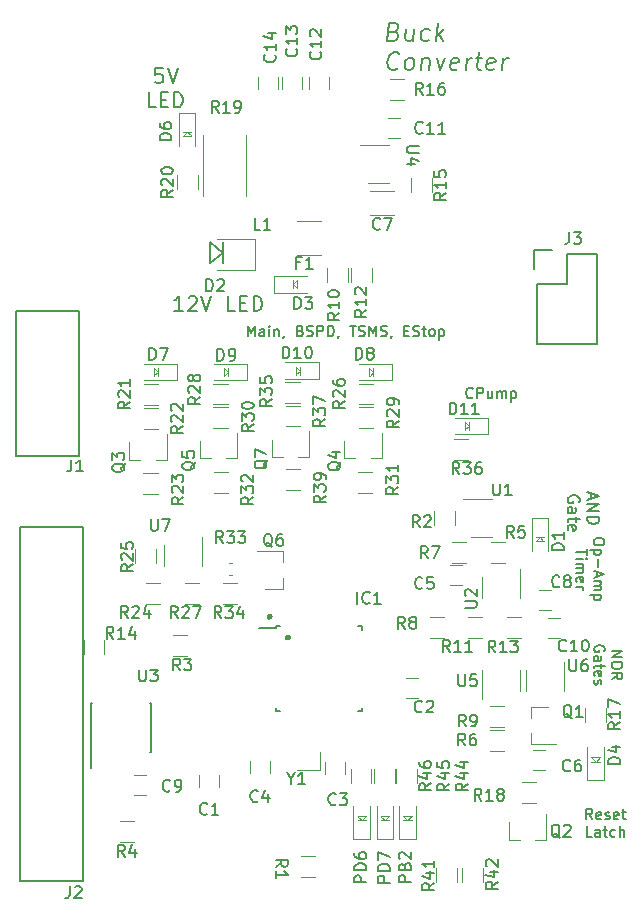
<source format=gto>
G04 #@! TF.GenerationSoftware,KiCad,Pcbnew,5.0.2-bee76a0~70~ubuntu18.04.1*
G04 #@! TF.CreationDate,2019-02-13T21:41:43-05:00*
G04 #@! TF.ProjectId,Brakelight_Shutdown_BSPD,4272616b-656c-4696-9768-745f53687574,rev?*
G04 #@! TF.SameCoordinates,Original*
G04 #@! TF.FileFunction,Legend,Top*
G04 #@! TF.FilePolarity,Positive*
%FSLAX46Y46*%
G04 Gerber Fmt 4.6, Leading zero omitted, Abs format (unit mm)*
G04 Created by KiCad (PCBNEW 5.0.2-bee76a0~70~ubuntu18.04.1) date Wed 13 Feb 2019 09:41:43 PM EST*
%MOMM*%
%LPD*%
G01*
G04 APERTURE LIST*
%ADD10C,0.152400*%
%ADD11C,0.203200*%
%ADD12C,0.120000*%
%ADD13C,0.100000*%
%ADD14C,0.200000*%
%ADD15C,0.500000*%
%ADD16C,0.150000*%
G04 APERTURE END LIST*
D10*
X212564133Y-95341016D02*
X212267800Y-94917683D01*
X212056133Y-95341016D02*
X212056133Y-94452016D01*
X212394800Y-94452016D01*
X212479466Y-94494350D01*
X212521800Y-94536683D01*
X212564133Y-94621350D01*
X212564133Y-94748350D01*
X212521800Y-94833016D01*
X212479466Y-94875350D01*
X212394800Y-94917683D01*
X212056133Y-94917683D01*
X213283800Y-95298683D02*
X213199133Y-95341016D01*
X213029800Y-95341016D01*
X212945133Y-95298683D01*
X212902800Y-95214016D01*
X212902800Y-94875350D01*
X212945133Y-94790683D01*
X213029800Y-94748350D01*
X213199133Y-94748350D01*
X213283800Y-94790683D01*
X213326133Y-94875350D01*
X213326133Y-94960016D01*
X212902800Y-95044683D01*
X213664800Y-95298683D02*
X213749466Y-95341016D01*
X213918800Y-95341016D01*
X214003466Y-95298683D01*
X214045800Y-95214016D01*
X214045800Y-95171683D01*
X214003466Y-95087016D01*
X213918800Y-95044683D01*
X213791800Y-95044683D01*
X213707133Y-95002350D01*
X213664800Y-94917683D01*
X213664800Y-94875350D01*
X213707133Y-94790683D01*
X213791800Y-94748350D01*
X213918800Y-94748350D01*
X214003466Y-94790683D01*
X214765466Y-95298683D02*
X214680800Y-95341016D01*
X214511466Y-95341016D01*
X214426800Y-95298683D01*
X214384466Y-95214016D01*
X214384466Y-94875350D01*
X214426800Y-94790683D01*
X214511466Y-94748350D01*
X214680800Y-94748350D01*
X214765466Y-94790683D01*
X214807800Y-94875350D01*
X214807800Y-94960016D01*
X214384466Y-95044683D01*
X215061800Y-94748350D02*
X215400466Y-94748350D01*
X215188800Y-94452016D02*
X215188800Y-95214016D01*
X215231133Y-95298683D01*
X215315800Y-95341016D01*
X215400466Y-95341016D01*
X212500633Y-96826916D02*
X212077300Y-96826916D01*
X212077300Y-95937916D01*
X213177966Y-96826916D02*
X213177966Y-96361250D01*
X213135633Y-96276583D01*
X213050966Y-96234250D01*
X212881633Y-96234250D01*
X212796966Y-96276583D01*
X213177966Y-96784583D02*
X213093300Y-96826916D01*
X212881633Y-96826916D01*
X212796966Y-96784583D01*
X212754633Y-96699916D01*
X212754633Y-96615250D01*
X212796966Y-96530583D01*
X212881633Y-96488250D01*
X213093300Y-96488250D01*
X213177966Y-96445916D01*
X213474300Y-96234250D02*
X213812966Y-96234250D01*
X213601300Y-95937916D02*
X213601300Y-96699916D01*
X213643633Y-96784583D01*
X213728300Y-96826916D01*
X213812966Y-96826916D01*
X214490300Y-96784583D02*
X214405633Y-96826916D01*
X214236300Y-96826916D01*
X214151633Y-96784583D01*
X214109300Y-96742250D01*
X214066966Y-96657583D01*
X214066966Y-96403583D01*
X214109300Y-96318916D01*
X214151633Y-96276583D01*
X214236300Y-96234250D01*
X214405633Y-96234250D01*
X214490300Y-96276583D01*
X214871300Y-96826916D02*
X214871300Y-95937916D01*
X215252300Y-96826916D02*
X215252300Y-96361250D01*
X215209966Y-96276583D01*
X215125300Y-96234250D01*
X214998300Y-96234250D01*
X214913633Y-96276583D01*
X214871300Y-96318916D01*
X214183383Y-81106433D02*
X215072383Y-81106433D01*
X214183383Y-81614433D01*
X215072383Y-81614433D01*
X215072383Y-82207100D02*
X215072383Y-82376433D01*
X215030050Y-82461100D01*
X214945383Y-82545766D01*
X214776050Y-82588100D01*
X214479716Y-82588100D01*
X214310383Y-82545766D01*
X214225716Y-82461100D01*
X214183383Y-82376433D01*
X214183383Y-82207100D01*
X214225716Y-82122433D01*
X214310383Y-82037766D01*
X214479716Y-81995433D01*
X214776050Y-81995433D01*
X214945383Y-82037766D01*
X215030050Y-82122433D01*
X215072383Y-82207100D01*
X214183383Y-83477100D02*
X214606716Y-83180766D01*
X214183383Y-82969100D02*
X215072383Y-82969100D01*
X215072383Y-83307766D01*
X215030050Y-83392433D01*
X214987716Y-83434766D01*
X214903050Y-83477100D01*
X214776050Y-83477100D01*
X214691383Y-83434766D01*
X214649050Y-83392433D01*
X214606716Y-83307766D01*
X214606716Y-82969100D01*
X213544150Y-81106433D02*
X213586483Y-81021766D01*
X213586483Y-80894766D01*
X213544150Y-80767766D01*
X213459483Y-80683100D01*
X213374816Y-80640766D01*
X213205483Y-80598433D01*
X213078483Y-80598433D01*
X212909150Y-80640766D01*
X212824483Y-80683100D01*
X212739816Y-80767766D01*
X212697483Y-80894766D01*
X212697483Y-80979433D01*
X212739816Y-81106433D01*
X212782150Y-81148766D01*
X213078483Y-81148766D01*
X213078483Y-80979433D01*
X212697483Y-81910766D02*
X213163150Y-81910766D01*
X213247816Y-81868433D01*
X213290150Y-81783766D01*
X213290150Y-81614433D01*
X213247816Y-81529766D01*
X212739816Y-81910766D02*
X212697483Y-81826100D01*
X212697483Y-81614433D01*
X212739816Y-81529766D01*
X212824483Y-81487433D01*
X212909150Y-81487433D01*
X212993816Y-81529766D01*
X213036150Y-81614433D01*
X213036150Y-81826100D01*
X213078483Y-81910766D01*
X213290150Y-82207100D02*
X213290150Y-82545766D01*
X213586483Y-82334100D02*
X212824483Y-82334100D01*
X212739816Y-82376433D01*
X212697483Y-82461100D01*
X212697483Y-82545766D01*
X212739816Y-83180766D02*
X212697483Y-83096100D01*
X212697483Y-82926766D01*
X212739816Y-82842100D01*
X212824483Y-82799766D01*
X213163150Y-82799766D01*
X213247816Y-82842100D01*
X213290150Y-82926766D01*
X213290150Y-83096100D01*
X213247816Y-83180766D01*
X213163150Y-83223100D01*
X213078483Y-83223100D01*
X212993816Y-82799766D01*
X212739816Y-83561766D02*
X212697483Y-83646433D01*
X212697483Y-83815766D01*
X212739816Y-83900433D01*
X212824483Y-83942766D01*
X212866816Y-83942766D01*
X212951483Y-83900433D01*
X212993816Y-83815766D01*
X212993816Y-83688766D01*
X213036150Y-83604100D01*
X213120816Y-83561766D01*
X213163150Y-83561766D01*
X213247816Y-83604100D01*
X213290150Y-83688766D01*
X213290150Y-83815766D01*
X213247816Y-83900433D01*
X213548383Y-71755000D02*
X213548383Y-71924333D01*
X213506050Y-72009000D01*
X213421383Y-72093666D01*
X213252050Y-72136000D01*
X212955716Y-72136000D01*
X212786383Y-72093666D01*
X212701716Y-72009000D01*
X212659383Y-71924333D01*
X212659383Y-71755000D01*
X212701716Y-71670333D01*
X212786383Y-71585666D01*
X212955716Y-71543333D01*
X213252050Y-71543333D01*
X213421383Y-71585666D01*
X213506050Y-71670333D01*
X213548383Y-71755000D01*
X213252050Y-72517000D02*
X212363050Y-72517000D01*
X213209716Y-72517000D02*
X213252050Y-72601666D01*
X213252050Y-72771000D01*
X213209716Y-72855666D01*
X213167383Y-72898000D01*
X213082716Y-72940333D01*
X212828716Y-72940333D01*
X212744050Y-72898000D01*
X212701716Y-72855666D01*
X212659383Y-72771000D01*
X212659383Y-72601666D01*
X212701716Y-72517000D01*
X212998050Y-73321333D02*
X212998050Y-73998666D01*
X212913383Y-74379666D02*
X212913383Y-74803000D01*
X212659383Y-74295000D02*
X213548383Y-74591333D01*
X212659383Y-74887666D01*
X212659383Y-75184000D02*
X213252050Y-75184000D01*
X213167383Y-75184000D02*
X213209716Y-75226333D01*
X213252050Y-75311000D01*
X213252050Y-75438000D01*
X213209716Y-75522666D01*
X213125050Y-75565000D01*
X212659383Y-75565000D01*
X213125050Y-75565000D02*
X213209716Y-75607333D01*
X213252050Y-75692000D01*
X213252050Y-75819000D01*
X213209716Y-75903666D01*
X213125050Y-75946000D01*
X212659383Y-75946000D01*
X213252050Y-76369333D02*
X212363050Y-76369333D01*
X213209716Y-76369333D02*
X213252050Y-76454000D01*
X213252050Y-76623333D01*
X213209716Y-76708000D01*
X213167383Y-76750333D01*
X213082716Y-76792666D01*
X212828716Y-76792666D01*
X212744050Y-76750333D01*
X212701716Y-76708000D01*
X212659383Y-76623333D01*
X212659383Y-76454000D01*
X212701716Y-76369333D01*
X212062483Y-72453500D02*
X212062483Y-72961500D01*
X211173483Y-72707500D02*
X212062483Y-72707500D01*
X211173483Y-73257833D02*
X211766150Y-73257833D01*
X212062483Y-73257833D02*
X212020150Y-73215500D01*
X211977816Y-73257833D01*
X212020150Y-73300166D01*
X212062483Y-73257833D01*
X211977816Y-73257833D01*
X211173483Y-73681166D02*
X211766150Y-73681166D01*
X211681483Y-73681166D02*
X211723816Y-73723500D01*
X211766150Y-73808166D01*
X211766150Y-73935166D01*
X211723816Y-74019833D01*
X211639150Y-74062166D01*
X211173483Y-74062166D01*
X211639150Y-74062166D02*
X211723816Y-74104500D01*
X211766150Y-74189166D01*
X211766150Y-74316166D01*
X211723816Y-74400833D01*
X211639150Y-74443166D01*
X211173483Y-74443166D01*
X211215816Y-75205166D02*
X211173483Y-75120500D01*
X211173483Y-74951166D01*
X211215816Y-74866500D01*
X211300483Y-74824166D01*
X211639150Y-74824166D01*
X211723816Y-74866500D01*
X211766150Y-74951166D01*
X211766150Y-75120500D01*
X211723816Y-75205166D01*
X211639150Y-75247500D01*
X211554483Y-75247500D01*
X211469816Y-74824166D01*
X211173483Y-75628500D02*
X211766150Y-75628500D01*
X211596816Y-75628500D02*
X211681483Y-75670833D01*
X211723816Y-75713166D01*
X211766150Y-75797833D01*
X211766150Y-75882500D01*
X212428666Y-67749057D02*
X212428666Y-68232866D01*
X212138380Y-67652295D02*
X213154380Y-67990961D01*
X212138380Y-68329628D01*
X212138380Y-68668295D02*
X213154380Y-68668295D01*
X212138380Y-69248866D01*
X213154380Y-69248866D01*
X212138380Y-69732676D02*
X213154380Y-69732676D01*
X213154380Y-69974580D01*
X213106000Y-70119723D01*
X213009238Y-70216485D01*
X212912476Y-70264866D01*
X212718952Y-70313247D01*
X212573809Y-70313247D01*
X212380285Y-70264866D01*
X212283523Y-70216485D01*
X212186761Y-70119723D01*
X212138380Y-69974580D01*
X212138380Y-69732676D01*
X211429600Y-68498961D02*
X211477980Y-68402200D01*
X211477980Y-68257057D01*
X211429600Y-68111914D01*
X211332838Y-68015152D01*
X211236076Y-67966771D01*
X211042552Y-67918390D01*
X210897409Y-67918390D01*
X210703885Y-67966771D01*
X210607123Y-68015152D01*
X210510361Y-68111914D01*
X210461980Y-68257057D01*
X210461980Y-68353819D01*
X210510361Y-68498961D01*
X210558742Y-68547342D01*
X210897409Y-68547342D01*
X210897409Y-68353819D01*
X210461980Y-69418200D02*
X210994171Y-69418200D01*
X211090933Y-69369819D01*
X211139314Y-69273057D01*
X211139314Y-69079533D01*
X211090933Y-68982771D01*
X210510361Y-69418200D02*
X210461980Y-69321438D01*
X210461980Y-69079533D01*
X210510361Y-68982771D01*
X210607123Y-68934390D01*
X210703885Y-68934390D01*
X210800647Y-68982771D01*
X210849028Y-69079533D01*
X210849028Y-69321438D01*
X210897409Y-69418200D01*
X211139314Y-69756866D02*
X211139314Y-70143914D01*
X211477980Y-69902009D02*
X210607123Y-69902009D01*
X210510361Y-69950390D01*
X210461980Y-70047152D01*
X210461980Y-70143914D01*
X210510361Y-70869628D02*
X210461980Y-70772866D01*
X210461980Y-70579342D01*
X210510361Y-70482580D01*
X210607123Y-70434200D01*
X210994171Y-70434200D01*
X211090933Y-70482580D01*
X211139314Y-70579342D01*
X211139314Y-70772866D01*
X211090933Y-70869628D01*
X210994171Y-70918009D01*
X210897409Y-70918009D01*
X210800647Y-70434200D01*
X202446466Y-59601100D02*
X202404133Y-59643433D01*
X202277133Y-59685766D01*
X202192466Y-59685766D01*
X202065466Y-59643433D01*
X201980800Y-59558766D01*
X201938466Y-59474100D01*
X201896133Y-59304766D01*
X201896133Y-59177766D01*
X201938466Y-59008433D01*
X201980800Y-58923766D01*
X202065466Y-58839100D01*
X202192466Y-58796766D01*
X202277133Y-58796766D01*
X202404133Y-58839100D01*
X202446466Y-58881433D01*
X202827466Y-59685766D02*
X202827466Y-58796766D01*
X203166133Y-58796766D01*
X203250800Y-58839100D01*
X203293133Y-58881433D01*
X203335466Y-58966100D01*
X203335466Y-59093100D01*
X203293133Y-59177766D01*
X203250800Y-59220100D01*
X203166133Y-59262433D01*
X202827466Y-59262433D01*
X204097466Y-59093100D02*
X204097466Y-59685766D01*
X203716466Y-59093100D02*
X203716466Y-59558766D01*
X203758800Y-59643433D01*
X203843466Y-59685766D01*
X203970466Y-59685766D01*
X204055133Y-59643433D01*
X204097466Y-59601100D01*
X204520800Y-59685766D02*
X204520800Y-59093100D01*
X204520800Y-59177766D02*
X204563133Y-59135433D01*
X204647800Y-59093100D01*
X204774800Y-59093100D01*
X204859466Y-59135433D01*
X204901800Y-59220100D01*
X204901800Y-59685766D01*
X204901800Y-59220100D02*
X204944133Y-59135433D01*
X205028800Y-59093100D01*
X205155800Y-59093100D01*
X205240466Y-59135433D01*
X205282800Y-59220100D01*
X205282800Y-59685766D01*
X205706133Y-59093100D02*
X205706133Y-59982100D01*
X205706133Y-59135433D02*
X205790800Y-59093100D01*
X205960133Y-59093100D01*
X206044800Y-59135433D01*
X206087133Y-59177766D01*
X206129466Y-59262433D01*
X206129466Y-59516433D01*
X206087133Y-59601100D01*
X206044800Y-59643433D01*
X205960133Y-59685766D01*
X205790800Y-59685766D01*
X205706133Y-59643433D01*
X183371066Y-54427966D02*
X183371066Y-53538966D01*
X183667400Y-54173966D01*
X183963733Y-53538966D01*
X183963733Y-54427966D01*
X184768066Y-54427966D02*
X184768066Y-53962300D01*
X184725733Y-53877633D01*
X184641066Y-53835300D01*
X184471733Y-53835300D01*
X184387066Y-53877633D01*
X184768066Y-54385633D02*
X184683400Y-54427966D01*
X184471733Y-54427966D01*
X184387066Y-54385633D01*
X184344733Y-54300966D01*
X184344733Y-54216300D01*
X184387066Y-54131633D01*
X184471733Y-54089300D01*
X184683400Y-54089300D01*
X184768066Y-54046966D01*
X185191400Y-54427966D02*
X185191400Y-53835300D01*
X185191400Y-53538966D02*
X185149066Y-53581300D01*
X185191400Y-53623633D01*
X185233733Y-53581300D01*
X185191400Y-53538966D01*
X185191400Y-53623633D01*
X185614733Y-53835300D02*
X185614733Y-54427966D01*
X185614733Y-53919966D02*
X185657066Y-53877633D01*
X185741733Y-53835300D01*
X185868733Y-53835300D01*
X185953400Y-53877633D01*
X185995733Y-53962300D01*
X185995733Y-54427966D01*
X186461400Y-54385633D02*
X186461400Y-54427966D01*
X186419066Y-54512633D01*
X186376733Y-54554966D01*
X187816066Y-53962300D02*
X187943066Y-54004633D01*
X187985400Y-54046966D01*
X188027733Y-54131633D01*
X188027733Y-54258633D01*
X187985400Y-54343300D01*
X187943066Y-54385633D01*
X187858400Y-54427966D01*
X187519733Y-54427966D01*
X187519733Y-53538966D01*
X187816066Y-53538966D01*
X187900733Y-53581300D01*
X187943066Y-53623633D01*
X187985400Y-53708300D01*
X187985400Y-53792966D01*
X187943066Y-53877633D01*
X187900733Y-53919966D01*
X187816066Y-53962300D01*
X187519733Y-53962300D01*
X188366400Y-54385633D02*
X188493400Y-54427966D01*
X188705066Y-54427966D01*
X188789733Y-54385633D01*
X188832066Y-54343300D01*
X188874400Y-54258633D01*
X188874400Y-54173966D01*
X188832066Y-54089300D01*
X188789733Y-54046966D01*
X188705066Y-54004633D01*
X188535733Y-53962300D01*
X188451066Y-53919966D01*
X188408733Y-53877633D01*
X188366400Y-53792966D01*
X188366400Y-53708300D01*
X188408733Y-53623633D01*
X188451066Y-53581300D01*
X188535733Y-53538966D01*
X188747400Y-53538966D01*
X188874400Y-53581300D01*
X189255400Y-54427966D02*
X189255400Y-53538966D01*
X189594066Y-53538966D01*
X189678733Y-53581300D01*
X189721066Y-53623633D01*
X189763400Y-53708300D01*
X189763400Y-53835300D01*
X189721066Y-53919966D01*
X189678733Y-53962300D01*
X189594066Y-54004633D01*
X189255400Y-54004633D01*
X190144400Y-54427966D02*
X190144400Y-53538966D01*
X190356066Y-53538966D01*
X190483066Y-53581300D01*
X190567733Y-53665966D01*
X190610066Y-53750633D01*
X190652400Y-53919966D01*
X190652400Y-54046966D01*
X190610066Y-54216300D01*
X190567733Y-54300966D01*
X190483066Y-54385633D01*
X190356066Y-54427966D01*
X190144400Y-54427966D01*
X191075733Y-54385633D02*
X191075733Y-54427966D01*
X191033400Y-54512633D01*
X190991066Y-54554966D01*
X192007066Y-53538966D02*
X192515066Y-53538966D01*
X192261066Y-54427966D02*
X192261066Y-53538966D01*
X192769066Y-54385633D02*
X192896066Y-54427966D01*
X193107733Y-54427966D01*
X193192400Y-54385633D01*
X193234733Y-54343300D01*
X193277066Y-54258633D01*
X193277066Y-54173966D01*
X193234733Y-54089300D01*
X193192400Y-54046966D01*
X193107733Y-54004633D01*
X192938400Y-53962300D01*
X192853733Y-53919966D01*
X192811400Y-53877633D01*
X192769066Y-53792966D01*
X192769066Y-53708300D01*
X192811400Y-53623633D01*
X192853733Y-53581300D01*
X192938400Y-53538966D01*
X193150066Y-53538966D01*
X193277066Y-53581300D01*
X193658066Y-54427966D02*
X193658066Y-53538966D01*
X193954400Y-54173966D01*
X194250733Y-53538966D01*
X194250733Y-54427966D01*
X194631733Y-54385633D02*
X194758733Y-54427966D01*
X194970400Y-54427966D01*
X195055066Y-54385633D01*
X195097400Y-54343300D01*
X195139733Y-54258633D01*
X195139733Y-54173966D01*
X195097400Y-54089300D01*
X195055066Y-54046966D01*
X194970400Y-54004633D01*
X194801066Y-53962300D01*
X194716400Y-53919966D01*
X194674066Y-53877633D01*
X194631733Y-53792966D01*
X194631733Y-53708300D01*
X194674066Y-53623633D01*
X194716400Y-53581300D01*
X194801066Y-53538966D01*
X195012733Y-53538966D01*
X195139733Y-53581300D01*
X195563066Y-54385633D02*
X195563066Y-54427966D01*
X195520733Y-54512633D01*
X195478400Y-54554966D01*
X196621400Y-53962300D02*
X196917733Y-53962300D01*
X197044733Y-54427966D02*
X196621400Y-54427966D01*
X196621400Y-53538966D01*
X197044733Y-53538966D01*
X197383400Y-54385633D02*
X197510400Y-54427966D01*
X197722066Y-54427966D01*
X197806733Y-54385633D01*
X197849066Y-54343300D01*
X197891400Y-54258633D01*
X197891400Y-54173966D01*
X197849066Y-54089300D01*
X197806733Y-54046966D01*
X197722066Y-54004633D01*
X197552733Y-53962300D01*
X197468066Y-53919966D01*
X197425733Y-53877633D01*
X197383400Y-53792966D01*
X197383400Y-53708300D01*
X197425733Y-53623633D01*
X197468066Y-53581300D01*
X197552733Y-53538966D01*
X197764400Y-53538966D01*
X197891400Y-53581300D01*
X198145400Y-53835300D02*
X198484066Y-53835300D01*
X198272400Y-53538966D02*
X198272400Y-54300966D01*
X198314733Y-54385633D01*
X198399400Y-54427966D01*
X198484066Y-54427966D01*
X198907400Y-54427966D02*
X198822733Y-54385633D01*
X198780400Y-54343300D01*
X198738066Y-54258633D01*
X198738066Y-54004633D01*
X198780400Y-53919966D01*
X198822733Y-53877633D01*
X198907400Y-53835300D01*
X199034400Y-53835300D01*
X199119066Y-53877633D01*
X199161400Y-53919966D01*
X199203733Y-54004633D01*
X199203733Y-54258633D01*
X199161400Y-54343300D01*
X199119066Y-54385633D01*
X199034400Y-54427966D01*
X198907400Y-54427966D01*
X199584733Y-53835300D02*
X199584733Y-54724300D01*
X199584733Y-53877633D02*
X199669400Y-53835300D01*
X199838733Y-53835300D01*
X199923400Y-53877633D01*
X199965733Y-53919966D01*
X200008066Y-54004633D01*
X200008066Y-54258633D01*
X199965733Y-54343300D01*
X199923400Y-54385633D01*
X199838733Y-54427966D01*
X199669400Y-54427966D01*
X199584733Y-54385633D01*
X197182619Y-100673504D02*
X196166619Y-100673504D01*
X196166619Y-100286457D01*
X196215000Y-100189695D01*
X196263380Y-100141314D01*
X196360142Y-100092933D01*
X196505285Y-100092933D01*
X196602047Y-100141314D01*
X196650428Y-100189695D01*
X196698809Y-100286457D01*
X196698809Y-100673504D01*
X196650428Y-99318838D02*
X196698809Y-99173695D01*
X196747190Y-99125314D01*
X196843952Y-99076933D01*
X196989095Y-99076933D01*
X197085857Y-99125314D01*
X197134238Y-99173695D01*
X197182619Y-99270457D01*
X197182619Y-99657504D01*
X196166619Y-99657504D01*
X196166619Y-99318838D01*
X196215000Y-99222076D01*
X196263380Y-99173695D01*
X196360142Y-99125314D01*
X196456904Y-99125314D01*
X196553666Y-99173695D01*
X196602047Y-99222076D01*
X196650428Y-99318838D01*
X196650428Y-99657504D01*
X196263380Y-98689885D02*
X196215000Y-98641504D01*
X196166619Y-98544742D01*
X196166619Y-98302838D01*
X196215000Y-98206076D01*
X196263380Y-98157695D01*
X196360142Y-98109314D01*
X196456904Y-98109314D01*
X196602047Y-98157695D01*
X197182619Y-98738266D01*
X197182619Y-98109314D01*
X193423419Y-100673504D02*
X192407419Y-100673504D01*
X192407419Y-100286457D01*
X192455800Y-100189695D01*
X192504180Y-100141314D01*
X192600942Y-100092933D01*
X192746085Y-100092933D01*
X192842847Y-100141314D01*
X192891228Y-100189695D01*
X192939609Y-100286457D01*
X192939609Y-100673504D01*
X193423419Y-99657504D02*
X192407419Y-99657504D01*
X192407419Y-99415600D01*
X192455800Y-99270457D01*
X192552561Y-99173695D01*
X192649323Y-99125314D01*
X192842847Y-99076933D01*
X192987990Y-99076933D01*
X193181514Y-99125314D01*
X193278276Y-99173695D01*
X193375038Y-99270457D01*
X193423419Y-99415600D01*
X193423419Y-99657504D01*
X192407419Y-98206076D02*
X192407419Y-98399600D01*
X192455800Y-98496361D01*
X192504180Y-98544742D01*
X192649323Y-98641504D01*
X192842847Y-98689885D01*
X193229895Y-98689885D01*
X193326657Y-98641504D01*
X193375038Y-98593123D01*
X193423419Y-98496361D01*
X193423419Y-98302838D01*
X193375038Y-98206076D01*
X193326657Y-98157695D01*
X193229895Y-98109314D01*
X192987990Y-98109314D01*
X192891228Y-98157695D01*
X192842847Y-98206076D01*
X192794466Y-98302838D01*
X192794466Y-98496361D01*
X192842847Y-98593123D01*
X192891228Y-98641504D01*
X192987990Y-98689885D01*
X195404619Y-100698904D02*
X194388619Y-100698904D01*
X194388619Y-100311857D01*
X194437000Y-100215095D01*
X194485380Y-100166714D01*
X194582142Y-100118333D01*
X194727285Y-100118333D01*
X194824047Y-100166714D01*
X194872428Y-100215095D01*
X194920809Y-100311857D01*
X194920809Y-100698904D01*
X195404619Y-99682904D02*
X194388619Y-99682904D01*
X194388619Y-99441000D01*
X194437000Y-99295857D01*
X194533761Y-99199095D01*
X194630523Y-99150714D01*
X194824047Y-99102333D01*
X194969190Y-99102333D01*
X195162714Y-99150714D01*
X195259476Y-99199095D01*
X195356238Y-99295857D01*
X195404619Y-99441000D01*
X195404619Y-99682904D01*
X194388619Y-98763666D02*
X194388619Y-98086333D01*
X195404619Y-98521761D01*
D11*
X195787365Y-28638257D02*
X195992722Y-28709685D01*
X196055222Y-28781114D01*
X196108794Y-28923971D01*
X196082008Y-29138257D01*
X195992722Y-29281114D01*
X195912365Y-29352542D01*
X195760580Y-29423971D01*
X195189151Y-29423971D01*
X195376651Y-27923971D01*
X195876651Y-27923971D01*
X196010580Y-27995400D01*
X196073080Y-28066828D01*
X196126651Y-28209685D01*
X196108794Y-28352542D01*
X196019508Y-28495400D01*
X195939151Y-28566828D01*
X195787365Y-28638257D01*
X195287365Y-28638257D01*
X197457008Y-28423971D02*
X197332008Y-29423971D01*
X196814151Y-28423971D02*
X196715937Y-29209685D01*
X196769508Y-29352542D01*
X196903437Y-29423971D01*
X197117722Y-29423971D01*
X197269508Y-29352542D01*
X197349865Y-29281114D01*
X198698080Y-29352542D02*
X198546294Y-29423971D01*
X198260580Y-29423971D01*
X198126651Y-29352542D01*
X198064151Y-29281114D01*
X198010580Y-29138257D01*
X198064151Y-28709685D01*
X198153437Y-28566828D01*
X198233794Y-28495400D01*
X198385580Y-28423971D01*
X198671294Y-28423971D01*
X198805222Y-28495400D01*
X199332008Y-29423971D02*
X199519508Y-27923971D01*
X199546294Y-28852542D02*
X199903437Y-29423971D01*
X200028437Y-28423971D02*
X199385580Y-28995400D01*
X196064151Y-31734314D02*
X195983794Y-31805742D01*
X195760580Y-31877171D01*
X195617722Y-31877171D01*
X195412365Y-31805742D01*
X195287365Y-31662885D01*
X195233794Y-31520028D01*
X195198080Y-31234314D01*
X195224865Y-31020028D01*
X195332008Y-30734314D01*
X195421294Y-30591457D01*
X195582008Y-30448600D01*
X195805222Y-30377171D01*
X195948080Y-30377171D01*
X196153437Y-30448600D01*
X196215937Y-30520028D01*
X196903437Y-31877171D02*
X196769508Y-31805742D01*
X196707008Y-31734314D01*
X196653437Y-31591457D01*
X196707008Y-31162885D01*
X196796294Y-31020028D01*
X196876651Y-30948600D01*
X197028437Y-30877171D01*
X197242722Y-30877171D01*
X197376651Y-30948600D01*
X197439151Y-31020028D01*
X197492722Y-31162885D01*
X197439151Y-31591457D01*
X197349865Y-31734314D01*
X197269508Y-31805742D01*
X197117722Y-31877171D01*
X196903437Y-31877171D01*
X198171294Y-30877171D02*
X198046294Y-31877171D01*
X198153437Y-31020028D02*
X198233794Y-30948600D01*
X198385580Y-30877171D01*
X198599865Y-30877171D01*
X198733794Y-30948600D01*
X198787365Y-31091457D01*
X198689151Y-31877171D01*
X199385580Y-30877171D02*
X199617722Y-31877171D01*
X200099865Y-30877171D01*
X201126651Y-31805742D02*
X200974865Y-31877171D01*
X200689151Y-31877171D01*
X200555222Y-31805742D01*
X200501651Y-31662885D01*
X200573080Y-31091457D01*
X200662365Y-30948600D01*
X200814151Y-30877171D01*
X201099865Y-30877171D01*
X201233794Y-30948600D01*
X201287365Y-31091457D01*
X201269508Y-31234314D01*
X200537365Y-31377171D01*
X201832008Y-31877171D02*
X201957008Y-30877171D01*
X201921294Y-31162885D02*
X202010580Y-31020028D01*
X202090937Y-30948600D01*
X202242722Y-30877171D01*
X202385580Y-30877171D01*
X202671294Y-30877171D02*
X203242722Y-30877171D01*
X202948080Y-30377171D02*
X202787365Y-31662885D01*
X202840937Y-31805742D01*
X202974865Y-31877171D01*
X203117722Y-31877171D01*
X204198080Y-31805742D02*
X204046294Y-31877171D01*
X203760580Y-31877171D01*
X203626651Y-31805742D01*
X203573080Y-31662885D01*
X203644508Y-31091457D01*
X203733794Y-30948600D01*
X203885580Y-30877171D01*
X204171294Y-30877171D01*
X204305222Y-30948600D01*
X204358794Y-31091457D01*
X204340937Y-31234314D01*
X203608794Y-31377171D01*
X204903437Y-31877171D02*
X205028437Y-30877171D01*
X204992722Y-31162885D02*
X205082008Y-31020028D01*
X205162365Y-30948600D01*
X205314151Y-30877171D01*
X205457008Y-30877171D01*
D10*
X176161095Y-31740323D02*
X175556333Y-31740323D01*
X175495857Y-32345085D01*
X175556333Y-32284609D01*
X175677285Y-32224133D01*
X175979666Y-32224133D01*
X176100619Y-32284609D01*
X176161095Y-32345085D01*
X176221571Y-32466038D01*
X176221571Y-32768419D01*
X176161095Y-32889371D01*
X176100619Y-32949847D01*
X175979666Y-33010323D01*
X175677285Y-33010323D01*
X175556333Y-32949847D01*
X175495857Y-32889371D01*
X176584428Y-31740323D02*
X177007761Y-33010323D01*
X177431095Y-31740323D01*
X175586571Y-35067723D02*
X174981809Y-35067723D01*
X174981809Y-33797723D01*
X176009904Y-34402485D02*
X176433238Y-34402485D01*
X176614666Y-35067723D02*
X176009904Y-35067723D01*
X176009904Y-33797723D01*
X176614666Y-33797723D01*
X177158952Y-35067723D02*
X177158952Y-33797723D01*
X177461333Y-33797723D01*
X177642761Y-33858200D01*
X177763714Y-33979152D01*
X177824190Y-34100104D01*
X177884666Y-34342009D01*
X177884666Y-34523438D01*
X177824190Y-34765342D01*
X177763714Y-34886295D01*
X177642761Y-35007247D01*
X177461333Y-35067723D01*
X177158952Y-35067723D01*
X177879828Y-52314323D02*
X177154114Y-52314323D01*
X177516971Y-52314323D02*
X177516971Y-51044323D01*
X177396019Y-51225752D01*
X177275066Y-51346704D01*
X177154114Y-51407180D01*
X178363638Y-51165276D02*
X178424114Y-51104800D01*
X178545066Y-51044323D01*
X178847447Y-51044323D01*
X178968400Y-51104800D01*
X179028876Y-51165276D01*
X179089352Y-51286228D01*
X179089352Y-51407180D01*
X179028876Y-51588609D01*
X178303161Y-52314323D01*
X179089352Y-52314323D01*
X179452209Y-51044323D02*
X179875542Y-52314323D01*
X180298876Y-51044323D01*
X182294590Y-52314323D02*
X181689828Y-52314323D01*
X181689828Y-51044323D01*
X182717923Y-51649085D02*
X183141257Y-51649085D01*
X183322685Y-52314323D02*
X182717923Y-52314323D01*
X182717923Y-51044323D01*
X183322685Y-51044323D01*
X183866971Y-52314323D02*
X183866971Y-51044323D01*
X184169352Y-51044323D01*
X184350780Y-51104800D01*
X184471733Y-51225752D01*
X184532209Y-51346704D01*
X184592685Y-51588609D01*
X184592685Y-51770038D01*
X184532209Y-52011942D01*
X184471733Y-52132895D01*
X184350780Y-52253847D01*
X184169352Y-52314323D01*
X183866971Y-52314323D01*
D12*
G04 #@! TO.C,R1*
X189103600Y-100244800D02*
X187903600Y-100244800D01*
X187903600Y-98484800D02*
X189103600Y-98484800D01*
D13*
G04 #@! TO.C,Y1*
X189523300Y-91198400D02*
X187523300Y-91198400D01*
X189523300Y-91198400D02*
X189523300Y-89598400D01*
D12*
G04 #@! TO.C,C11*
X195270500Y-37680000D02*
X196270500Y-37680000D01*
X196270500Y-35980000D02*
X195270500Y-35980000D01*
G04 #@! TO.C,C13*
X186284500Y-32520000D02*
X186284500Y-33520000D01*
X187984500Y-33520000D02*
X187984500Y-32520000D01*
G04 #@! TO.C,C12*
X188570500Y-32520000D02*
X188570500Y-33520000D01*
X190270500Y-33520000D02*
X190270500Y-32520000D01*
D13*
G04 #@! TO.C,D6*
X177894500Y-37138000D02*
X178244500Y-37138000D01*
X178244500Y-37138000D02*
X178594500Y-37138000D01*
X177894500Y-37488000D02*
X178244500Y-37138000D01*
X177944500Y-37488000D02*
X177894500Y-37488000D01*
X177894500Y-37488000D02*
X177944500Y-37488000D01*
X178594500Y-37488000D02*
X177944500Y-37488000D01*
X178544500Y-37438000D02*
X178594500Y-37488000D01*
X178244500Y-37138000D02*
X178544500Y-37438000D01*
D12*
X178944500Y-35538000D02*
X177544500Y-35538000D01*
X177544500Y-35538000D02*
X177544500Y-38338000D01*
X178944500Y-35538000D02*
X178944500Y-38338000D01*
G04 #@! TO.C,F1*
X189537000Y-47600500D02*
X187537000Y-47600500D01*
X187537000Y-44640500D02*
X189537000Y-44640500D01*
G04 #@! TO.C,R10*
X190064500Y-49876000D02*
X190064500Y-48676000D01*
X191824500Y-48676000D02*
X191824500Y-49876000D01*
G04 #@! TO.C,R12*
X192096500Y-49876000D02*
X192096500Y-48676000D01*
X193856500Y-48676000D02*
X193856500Y-49876000D01*
G04 #@! TO.C,R20*
X179124500Y-40802000D02*
X179124500Y-42002000D01*
X177364500Y-42002000D02*
X177364500Y-40802000D01*
G04 #@! TO.C,U4*
X193537000Y-41449900D02*
X195337000Y-41449900D01*
X195337000Y-38229900D02*
X192887000Y-38229900D01*
G04 #@! TO.C,C7*
X195754500Y-42160000D02*
X193754500Y-42160000D01*
X193754500Y-44200000D02*
X195754500Y-44200000D01*
G04 #@! TO.C,C14*
X184252500Y-32520000D02*
X184252500Y-33520000D01*
X185952500Y-33520000D02*
X185952500Y-32520000D01*
D13*
G04 #@! TO.C,D3*
X187188500Y-50388000D02*
X187188500Y-50038000D01*
X187188500Y-50038000D02*
X187188500Y-49688000D01*
X187538500Y-50388000D02*
X187188500Y-50038000D01*
X187538500Y-50338000D02*
X187538500Y-50388000D01*
X187538500Y-50388000D02*
X187538500Y-50338000D01*
X187538500Y-49688000D02*
X187538500Y-50338000D01*
X187488500Y-49738000D02*
X187538500Y-49688000D01*
X187188500Y-50038000D02*
X187488500Y-49738000D01*
D12*
X185588500Y-49338000D02*
X185588500Y-50738000D01*
X185588500Y-50738000D02*
X188388500Y-50738000D01*
X185588500Y-49338000D02*
X188388500Y-49338000D01*
D14*
G04 #@! TO.C,D2*
X180184500Y-46498000D02*
X181284500Y-47398000D01*
X180184500Y-48198000D02*
X180184500Y-46498000D01*
X181284500Y-47398000D02*
X180184500Y-48198000D01*
X181284500Y-48198000D02*
X181284500Y-46498000D01*
D12*
X183959500Y-48831500D02*
X183959500Y-46164500D01*
X183959500Y-46164500D02*
X180784500Y-46164500D01*
X183959500Y-48831500D02*
X180784500Y-48831500D01*
G04 #@! TO.C,R19*
X183239500Y-37405000D02*
X183239500Y-42605000D01*
X179599500Y-42605000D02*
X179599500Y-37405000D01*
G04 #@! TO.C,R15*
X197176500Y-42256000D02*
X197176500Y-41056000D01*
X198936500Y-41056000D02*
X198936500Y-42256000D01*
G04 #@! TO.C,R16*
X195424500Y-32648000D02*
X196624500Y-32648000D01*
X196624500Y-34408000D02*
X195424500Y-34408000D01*
G04 #@! TO.C,C1*
X179236000Y-91565600D02*
X179236000Y-92565600D01*
X180936000Y-92565600D02*
X180936000Y-91565600D01*
G04 #@! TO.C,C2*
X197816600Y-83376400D02*
X196816600Y-83376400D01*
X196816600Y-85076400D02*
X197816600Y-85076400D01*
G04 #@! TO.C,C3*
X189891300Y-90473400D02*
X189891300Y-91473400D01*
X191591300Y-91473400D02*
X191591300Y-90473400D01*
G04 #@! TO.C,C4*
X183541300Y-90441400D02*
X183541300Y-91441400D01*
X185241300Y-91441400D02*
X185241300Y-90441400D01*
G04 #@! TO.C,C5*
X200541000Y-75500600D02*
X201541000Y-75500600D01*
X201541000Y-73800600D02*
X200541000Y-73800600D01*
G04 #@! TO.C,C6*
X208560800Y-89472400D02*
X207560800Y-89472400D01*
X207560800Y-91172400D02*
X208560800Y-91172400D01*
G04 #@! TO.C,C8*
X208068800Y-77608800D02*
X209068800Y-77608800D01*
X209068800Y-75908800D02*
X208068800Y-75908800D01*
G04 #@! TO.C,C9*
X174778800Y-91606000D02*
X173778800Y-91606000D01*
X173778800Y-93306000D02*
X174778800Y-93306000D01*
G04 #@! TO.C,C10*
X209821400Y-78271000D02*
X208821400Y-78271000D01*
X208821400Y-79971000D02*
X209821400Y-79971000D01*
G04 #@! TO.C,D1*
X208802200Y-69845600D02*
X208802200Y-72645600D01*
X207402200Y-69845600D02*
X207402200Y-72645600D01*
X208802200Y-69845600D02*
X207402200Y-69845600D01*
D13*
X208102200Y-71445600D02*
X208402200Y-71745600D01*
X208402200Y-71745600D02*
X208452200Y-71795600D01*
X208452200Y-71795600D02*
X207802200Y-71795600D01*
X207752200Y-71795600D02*
X207802200Y-71795600D01*
X207802200Y-71795600D02*
X207752200Y-71795600D01*
X207752200Y-71795600D02*
X208102200Y-71445600D01*
X208102200Y-71445600D02*
X208452200Y-71445600D01*
X207752200Y-71445600D02*
X208102200Y-71445600D01*
D12*
G04 #@! TO.C,D4*
X212126600Y-92046200D02*
X212126600Y-89246200D01*
X213526600Y-92046200D02*
X213526600Y-89246200D01*
X212126600Y-92046200D02*
X213526600Y-92046200D01*
D13*
X212826600Y-90446200D02*
X212526600Y-90146200D01*
X212526600Y-90146200D02*
X212476600Y-90096200D01*
X212476600Y-90096200D02*
X213126600Y-90096200D01*
X213176600Y-90096200D02*
X213126600Y-90096200D01*
X213126600Y-90096200D02*
X213176600Y-90096200D01*
X213176600Y-90096200D02*
X212826600Y-90446200D01*
X212826600Y-90446200D02*
X212476600Y-90446200D01*
X213176600Y-90446200D02*
X212826600Y-90446200D01*
G04 #@! TO.C,D5*
X197250800Y-95411900D02*
X196900800Y-95411900D01*
X196900800Y-95411900D02*
X196550800Y-95411900D01*
X197250800Y-95061900D02*
X196900800Y-95411900D01*
X197200800Y-95061900D02*
X197250800Y-95061900D01*
X197250800Y-95061900D02*
X197200800Y-95061900D01*
X196550800Y-95061900D02*
X197200800Y-95061900D01*
X196600800Y-95111900D02*
X196550800Y-95061900D01*
X196900800Y-95411900D02*
X196600800Y-95111900D01*
D12*
X196200800Y-97011900D02*
X197600800Y-97011900D01*
X197600800Y-97011900D02*
X197600800Y-94211900D01*
X196200800Y-97011900D02*
X196200800Y-94211900D01*
D13*
G04 #@! TO.C,D7*
X175772600Y-57104800D02*
X175772600Y-57454800D01*
X175772600Y-57454800D02*
X175772600Y-57804800D01*
X175422600Y-57104800D02*
X175772600Y-57454800D01*
X175422600Y-57154800D02*
X175422600Y-57104800D01*
X175422600Y-57104800D02*
X175422600Y-57154800D01*
X175422600Y-57804800D02*
X175422600Y-57154800D01*
X175472600Y-57754800D02*
X175422600Y-57804800D01*
X175772600Y-57454800D02*
X175472600Y-57754800D01*
D12*
X177372600Y-58154800D02*
X177372600Y-56754800D01*
X177372600Y-56754800D02*
X174572600Y-56754800D01*
X177372600Y-58154800D02*
X174572600Y-58154800D01*
G04 #@! TO.C,D8*
X195602000Y-58180200D02*
X192802000Y-58180200D01*
X195602000Y-56780200D02*
X192802000Y-56780200D01*
X195602000Y-58180200D02*
X195602000Y-56780200D01*
D13*
X194002000Y-57480200D02*
X193702000Y-57780200D01*
X193702000Y-57780200D02*
X193652000Y-57830200D01*
X193652000Y-57830200D02*
X193652000Y-57180200D01*
X193652000Y-57130200D02*
X193652000Y-57180200D01*
X193652000Y-57180200D02*
X193652000Y-57130200D01*
X193652000Y-57130200D02*
X194002000Y-57480200D01*
X194002000Y-57480200D02*
X194002000Y-57830200D01*
X194002000Y-57130200D02*
X194002000Y-57480200D01*
G04 #@! TO.C,D9*
X181683000Y-57130200D02*
X181683000Y-57480200D01*
X181683000Y-57480200D02*
X181683000Y-57830200D01*
X181333000Y-57130200D02*
X181683000Y-57480200D01*
X181333000Y-57180200D02*
X181333000Y-57130200D01*
X181333000Y-57130200D02*
X181333000Y-57180200D01*
X181333000Y-57830200D02*
X181333000Y-57180200D01*
X181383000Y-57780200D02*
X181333000Y-57830200D01*
X181683000Y-57480200D02*
X181383000Y-57780200D01*
D12*
X183283000Y-58180200D02*
X183283000Y-56780200D01*
X183283000Y-56780200D02*
X180483000Y-56780200D01*
X183283000Y-58180200D02*
X180483000Y-58180200D01*
D13*
G04 #@! TO.C,D10*
X187771200Y-57003200D02*
X187771200Y-57353200D01*
X187771200Y-57353200D02*
X187771200Y-57703200D01*
X187421200Y-57003200D02*
X187771200Y-57353200D01*
X187421200Y-57053200D02*
X187421200Y-57003200D01*
X187421200Y-57003200D02*
X187421200Y-57053200D01*
X187421200Y-57703200D02*
X187421200Y-57053200D01*
X187471200Y-57653200D02*
X187421200Y-57703200D01*
X187771200Y-57353200D02*
X187471200Y-57653200D01*
D12*
X189371200Y-58053200D02*
X189371200Y-56653200D01*
X189371200Y-56653200D02*
X186571200Y-56653200D01*
X189371200Y-58053200D02*
X186571200Y-58053200D01*
G04 #@! TO.C,D12*
X194295800Y-97032400D02*
X194295800Y-94232400D01*
X195695800Y-97032400D02*
X195695800Y-94232400D01*
X194295800Y-97032400D02*
X195695800Y-97032400D01*
D13*
X194995800Y-95432400D02*
X194695800Y-95132400D01*
X194695800Y-95132400D02*
X194645800Y-95082400D01*
X194645800Y-95082400D02*
X195295800Y-95082400D01*
X195345800Y-95082400D02*
X195295800Y-95082400D01*
X195295800Y-95082400D02*
X195345800Y-95082400D01*
X195345800Y-95082400D02*
X194995800Y-95432400D01*
X194995800Y-95432400D02*
X194645800Y-95432400D01*
X195345800Y-95432400D02*
X194995800Y-95432400D01*
G04 #@! TO.C,D13*
X193377300Y-95432400D02*
X193027300Y-95432400D01*
X193027300Y-95432400D02*
X192677300Y-95432400D01*
X193377300Y-95082400D02*
X193027300Y-95432400D01*
X193327300Y-95082400D02*
X193377300Y-95082400D01*
X193377300Y-95082400D02*
X193327300Y-95082400D01*
X192677300Y-95082400D02*
X193327300Y-95082400D01*
X192727300Y-95132400D02*
X192677300Y-95082400D01*
X193027300Y-95432400D02*
X192727300Y-95132400D01*
D12*
X192327300Y-97032400D02*
X193727300Y-97032400D01*
X193727300Y-97032400D02*
X193727300Y-94232400D01*
X192327300Y-97032400D02*
X192327300Y-94232400D01*
D15*
G04 #@! TO.C,IC1*
X186791600Y-79933800D02*
G75*
G03X186791600Y-79933800I-50800J0D01*
G01*
X185242200Y-78181200D02*
G75*
G03X185242200Y-78181200I-50800J0D01*
G01*
D16*
X185782800Y-78950400D02*
X185782800Y-79175400D01*
X193032800Y-78950400D02*
X193032800Y-79275400D01*
X193032800Y-86200400D02*
X193032800Y-85875400D01*
X185782800Y-86200400D02*
X185782800Y-85875400D01*
X185782800Y-78950400D02*
X186107800Y-78950400D01*
X185782800Y-86200400D02*
X186107800Y-86200400D01*
X193032800Y-86200400D02*
X192707800Y-86200400D01*
X193032800Y-78950400D02*
X192707800Y-78950400D01*
X185782800Y-79175400D02*
X184357800Y-79175400D01*
G04 #@! TO.C,J1*
X163770800Y-64560400D02*
X169070800Y-64560400D01*
X163770800Y-52330400D02*
X169070800Y-52330400D01*
X163770800Y-64560400D02*
X163770800Y-52330400D01*
X169070800Y-64560400D02*
X169070800Y-52330400D01*
G04 #@! TO.C,J2*
X164088300Y-100564900D02*
X169388300Y-100564900D01*
X164088300Y-70554900D02*
X169388300Y-70554900D01*
X164088300Y-100564900D02*
X164088300Y-70554900D01*
X169388300Y-100564900D02*
X169388300Y-70554900D01*
G04 #@! TO.C,J3*
X207873600Y-49987200D02*
X207873600Y-55067200D01*
X207593600Y-47167200D02*
X209143600Y-47167200D01*
X210413600Y-47447200D02*
X210413600Y-49987200D01*
X210413600Y-49987200D02*
X207873600Y-49987200D01*
X207873600Y-55067200D02*
X212953600Y-55067200D01*
X212953600Y-55067200D02*
X212953600Y-49987200D01*
X207593600Y-47167200D02*
X207593600Y-48717200D01*
X212953600Y-47447200D02*
X210413600Y-47447200D01*
X212953600Y-49987200D02*
X212953600Y-47447200D01*
D12*
G04 #@! TO.C,Q1*
X207325400Y-85821400D02*
X208785400Y-85821400D01*
X207325400Y-88981400D02*
X209485400Y-88981400D01*
X207325400Y-88981400D02*
X207325400Y-88051400D01*
X207325400Y-85821400D02*
X207325400Y-86751400D01*
G04 #@! TO.C,Q2*
X205496000Y-97060000D02*
X205496000Y-95600000D01*
X208656000Y-97060000D02*
X208656000Y-94900000D01*
X208656000Y-97060000D02*
X207726000Y-97060000D01*
X205496000Y-97060000D02*
X206426000Y-97060000D01*
G04 #@! TO.C,Q3*
X173351951Y-64886371D02*
X174281951Y-64886371D01*
X176511951Y-64886371D02*
X175581951Y-64886371D01*
X176511951Y-64886371D02*
X176511951Y-62726371D01*
X173351951Y-64886371D02*
X173351951Y-63426371D01*
G04 #@! TO.C,Q4*
X191561600Y-64784800D02*
X192491600Y-64784800D01*
X194721600Y-64784800D02*
X193791600Y-64784800D01*
X194721600Y-64784800D02*
X194721600Y-62624800D01*
X191561600Y-64784800D02*
X191561600Y-63324800D01*
G04 #@! TO.C,Q5*
X179293400Y-64784800D02*
X180223400Y-64784800D01*
X182453400Y-64784800D02*
X181523400Y-64784800D01*
X182453400Y-64784800D02*
X182453400Y-62624800D01*
X179293400Y-64784800D02*
X179293400Y-63324800D01*
G04 #@! TO.C,Q6*
X186323800Y-75798800D02*
X186323800Y-74868800D01*
X186323800Y-72638800D02*
X186323800Y-73568800D01*
X186323800Y-72638800D02*
X184163800Y-72638800D01*
X186323800Y-75798800D02*
X184863800Y-75798800D01*
G04 #@! TO.C,Q7*
X185404600Y-64649600D02*
X185404600Y-63189600D01*
X188564600Y-64649600D02*
X188564600Y-62489600D01*
X188564600Y-64649600D02*
X187634600Y-64649600D01*
X185404600Y-64649600D02*
X186334600Y-64649600D01*
G04 #@! TO.C,R2*
X200905000Y-69224600D02*
X200905000Y-70424600D01*
X199145000Y-70424600D02*
X199145000Y-69224600D01*
G04 #@! TO.C,R3*
X178222200Y-81499600D02*
X177022200Y-81499600D01*
X177022200Y-79739600D02*
X178222200Y-79739600D01*
G04 #@! TO.C,R4*
X172541600Y-95513000D02*
X173741600Y-95513000D01*
X173741600Y-97273000D02*
X172541600Y-97273000D01*
G04 #@! TO.C,R5*
X203936000Y-71840200D02*
X205136000Y-71840200D01*
X205136000Y-73600200D02*
X203936000Y-73600200D01*
G04 #@! TO.C,R6*
X205110600Y-89551400D02*
X203910600Y-89551400D01*
X203910600Y-87791400D02*
X205110600Y-87791400D01*
G04 #@! TO.C,R7*
X200659400Y-71840200D02*
X201859400Y-71840200D01*
X201859400Y-73600200D02*
X200659400Y-73600200D01*
G04 #@! TO.C,R8*
X200005200Y-79975600D02*
X198805200Y-79975600D01*
X198805200Y-78215600D02*
X200005200Y-78215600D01*
G04 #@! TO.C,R9*
X205110600Y-87544800D02*
X203910600Y-87544800D01*
X203910600Y-85784800D02*
X205110600Y-85784800D01*
G04 #@! TO.C,R11*
X202015800Y-78215600D02*
X203215800Y-78215600D01*
X203215800Y-79975600D02*
X202015800Y-79975600D01*
G04 #@! TO.C,R13*
X205317800Y-78241000D02*
X206517800Y-78241000D01*
X206517800Y-80001000D02*
X205317800Y-80001000D01*
G04 #@! TO.C,R14*
X171237800Y-80133900D02*
X171237800Y-81333900D01*
X169477800Y-81333900D02*
X169477800Y-80133900D01*
G04 #@! TO.C,R17*
X213681200Y-85876800D02*
X213681200Y-87076800D01*
X211921200Y-87076800D02*
X211921200Y-85876800D01*
G04 #@! TO.C,R18*
X207798000Y-93945600D02*
X206598000Y-93945600D01*
X206598000Y-92185600D02*
X207798000Y-92185600D01*
G04 #@! TO.C,R21*
X174550351Y-58500671D02*
X175750351Y-58500671D01*
X175750351Y-60260671D02*
X174550351Y-60260671D01*
G04 #@! TO.C,R22*
X174550351Y-60494571D02*
X175750351Y-60494571D01*
X175750351Y-62254571D02*
X174550351Y-62254571D01*
G04 #@! TO.C,R23*
X175737651Y-67753671D02*
X174537651Y-67753671D01*
X174537651Y-65993671D02*
X175737651Y-65993671D01*
G04 #@! TO.C,R24*
X175951400Y-77080000D02*
X174751400Y-77080000D01*
X174751400Y-75320000D02*
X175951400Y-75320000D01*
G04 #@! TO.C,R25*
X175606600Y-72450400D02*
X175606600Y-73650400D01*
X173846600Y-73650400D02*
X173846600Y-72450400D01*
G04 #@! TO.C,R26*
X193980400Y-60214400D02*
X192780400Y-60214400D01*
X192780400Y-58454400D02*
X193980400Y-58454400D01*
G04 #@! TO.C,R27*
X178023000Y-75320000D02*
X179223000Y-75320000D01*
X179223000Y-77080000D02*
X178023000Y-77080000D01*
G04 #@! TO.C,R28*
X181676600Y-60214400D02*
X180476600Y-60214400D01*
X180476600Y-58454400D02*
X181676600Y-58454400D01*
G04 #@! TO.C,R29*
X193970200Y-62170200D02*
X192770200Y-62170200D01*
X192770200Y-60410200D02*
X193970200Y-60410200D01*
G04 #@! TO.C,R30*
X181676600Y-62170200D02*
X180476600Y-62170200D01*
X180476600Y-60410200D02*
X181676600Y-60410200D01*
G04 #@! TO.C,R31*
X193934600Y-67682000D02*
X192734600Y-67682000D01*
X192734600Y-65922000D02*
X193934600Y-65922000D01*
G04 #@! TO.C,R32*
X180502000Y-65922000D02*
X181702000Y-65922000D01*
X181702000Y-67682000D02*
X180502000Y-67682000D01*
G04 #@! TO.C,R33*
X182077479Y-74627200D02*
X181751921Y-74627200D01*
X182077479Y-73607200D02*
X181751921Y-73607200D01*
G04 #@! TO.C,R34*
X181253800Y-75320000D02*
X182453800Y-75320000D01*
X182453800Y-77080000D02*
X181253800Y-77080000D01*
G04 #@! TO.C,R35*
X186562400Y-58352800D02*
X187762400Y-58352800D01*
X187762400Y-60112800D02*
X186562400Y-60112800D01*
G04 #@! TO.C,R37*
X186587800Y-60308600D02*
X187787800Y-60308600D01*
X187787800Y-62068600D02*
X186587800Y-62068600D01*
G04 #@! TO.C,R39*
X187813200Y-67478800D02*
X186613200Y-67478800D01*
X186613200Y-65718800D02*
X187813200Y-65718800D01*
G04 #@! TO.C,R41*
X201082800Y-99450600D02*
X201082800Y-100650600D01*
X199322800Y-100650600D02*
X199322800Y-99450600D01*
G04 #@! TO.C,R42*
X203267200Y-99435400D02*
X203267200Y-100635400D01*
X201507200Y-100635400D02*
X201507200Y-99435400D01*
G04 #@! TO.C,R44*
X197717300Y-91055900D02*
X197717300Y-92255900D01*
X195957300Y-92255900D02*
X195957300Y-91055900D01*
G04 #@! TO.C,R45*
X194052300Y-92258400D02*
X194052300Y-91058400D01*
X195812300Y-91058400D02*
X195812300Y-92258400D01*
G04 #@! TO.C,R46*
X193843800Y-91058400D02*
X193843800Y-92258400D01*
X192083800Y-92258400D02*
X192083800Y-91058400D01*
G04 #@! TO.C,U1*
X204049200Y-68240000D02*
X201599200Y-68240000D01*
X202249200Y-71460000D02*
X204049200Y-71460000D01*
G04 #@! TO.C,U2*
X203190200Y-74817400D02*
X203190200Y-76617400D01*
X206410200Y-76617400D02*
X206410200Y-74167400D01*
D16*
G04 #@! TO.C,U3*
X170068800Y-89603400D02*
X170118800Y-89603400D01*
X170068800Y-85453400D02*
X170213800Y-85453400D01*
X175218800Y-85453400D02*
X175073800Y-85453400D01*
X175218800Y-89603400D02*
X175073800Y-89603400D01*
X170068800Y-89603400D02*
X170068800Y-85453400D01*
X175218800Y-89603400D02*
X175218800Y-85453400D01*
X170118800Y-89603400D02*
X170118800Y-91003400D01*
D12*
G04 #@! TO.C,U5*
X206435600Y-84483600D02*
X206435600Y-82683600D01*
X203215600Y-82683600D02*
X203215600Y-85133600D01*
G04 #@! TO.C,U6*
X210184600Y-84483600D02*
X210184600Y-82033600D01*
X206964600Y-82683600D02*
X206964600Y-84483600D01*
G04 #@! TO.C,U7*
X176248600Y-72114800D02*
X176248600Y-73914800D01*
X179468600Y-73914800D02*
X179468600Y-71464800D01*
D13*
G04 #@! TO.C,D11*
X202104600Y-61676800D02*
X202104600Y-62026800D01*
X202104600Y-62026800D02*
X202104600Y-62376800D01*
X201754600Y-61676800D02*
X202104600Y-62026800D01*
X201754600Y-61726800D02*
X201754600Y-61676800D01*
X201754600Y-61676800D02*
X201754600Y-61726800D01*
X201754600Y-62376800D02*
X201754600Y-61726800D01*
X201804600Y-62326800D02*
X201754600Y-62376800D01*
X202104600Y-62026800D02*
X201804600Y-62326800D01*
D12*
X203704600Y-62726800D02*
X203704600Y-61326800D01*
X203704600Y-61326800D02*
X200904600Y-61326800D01*
X203704600Y-62726800D02*
X200904600Y-62726800D01*
G04 #@! TO.C,R36*
X202047400Y-64888000D02*
X200847400Y-64888000D01*
X200847400Y-63128000D02*
X202047400Y-63128000D01*
G04 #@! TO.C,R1*
D16*
X185755019Y-99350533D02*
X186231209Y-99017200D01*
X185755019Y-98779104D02*
X186755019Y-98779104D01*
X186755019Y-99160057D01*
X186707400Y-99255295D01*
X186659780Y-99302914D01*
X186564542Y-99350533D01*
X186421685Y-99350533D01*
X186326447Y-99302914D01*
X186278828Y-99255295D01*
X186231209Y-99160057D01*
X186231209Y-98779104D01*
X185755019Y-100302914D02*
X185755019Y-99731485D01*
X185755019Y-100017200D02*
X186755019Y-100017200D01*
X186612161Y-99921961D01*
X186516923Y-99826723D01*
X186469304Y-99731485D01*
G04 #@! TO.C,Y1*
X187026609Y-91886090D02*
X187026609Y-92362280D01*
X186693276Y-91362280D02*
X187026609Y-91886090D01*
X187359942Y-91362280D01*
X188217085Y-92362280D02*
X187645657Y-92362280D01*
X187931371Y-92362280D02*
X187931371Y-91362280D01*
X187836133Y-91505138D01*
X187740895Y-91600376D01*
X187645657Y-91647995D01*
G04 #@! TO.C,C11*
X198175642Y-37187142D02*
X198128023Y-37234761D01*
X197985166Y-37282380D01*
X197889928Y-37282380D01*
X197747071Y-37234761D01*
X197651833Y-37139523D01*
X197604214Y-37044285D01*
X197556595Y-36853809D01*
X197556595Y-36710952D01*
X197604214Y-36520476D01*
X197651833Y-36425238D01*
X197747071Y-36330000D01*
X197889928Y-36282380D01*
X197985166Y-36282380D01*
X198128023Y-36330000D01*
X198175642Y-36377619D01*
X199128023Y-37282380D02*
X198556595Y-37282380D01*
X198842309Y-37282380D02*
X198842309Y-36282380D01*
X198747071Y-36425238D01*
X198651833Y-36520476D01*
X198556595Y-36568095D01*
X200080404Y-37282380D02*
X199508976Y-37282380D01*
X199794690Y-37282380D02*
X199794690Y-36282380D01*
X199699452Y-36425238D01*
X199604214Y-36520476D01*
X199508976Y-36568095D01*
G04 #@! TO.C,C13*
X187491642Y-30106857D02*
X187539261Y-30154476D01*
X187586880Y-30297333D01*
X187586880Y-30392571D01*
X187539261Y-30535428D01*
X187444023Y-30630666D01*
X187348785Y-30678285D01*
X187158309Y-30725904D01*
X187015452Y-30725904D01*
X186824976Y-30678285D01*
X186729738Y-30630666D01*
X186634500Y-30535428D01*
X186586880Y-30392571D01*
X186586880Y-30297333D01*
X186634500Y-30154476D01*
X186682119Y-30106857D01*
X187586880Y-29154476D02*
X187586880Y-29725904D01*
X187586880Y-29440190D02*
X186586880Y-29440190D01*
X186729738Y-29535428D01*
X186824976Y-29630666D01*
X186872595Y-29725904D01*
X186586880Y-28821142D02*
X186586880Y-28202095D01*
X186967833Y-28535428D01*
X186967833Y-28392571D01*
X187015452Y-28297333D01*
X187063071Y-28249714D01*
X187158309Y-28202095D01*
X187396404Y-28202095D01*
X187491642Y-28249714D01*
X187539261Y-28297333D01*
X187586880Y-28392571D01*
X187586880Y-28678285D01*
X187539261Y-28773523D01*
X187491642Y-28821142D01*
G04 #@! TO.C,C12*
X189523642Y-30360857D02*
X189571261Y-30408476D01*
X189618880Y-30551333D01*
X189618880Y-30646571D01*
X189571261Y-30789428D01*
X189476023Y-30884666D01*
X189380785Y-30932285D01*
X189190309Y-30979904D01*
X189047452Y-30979904D01*
X188856976Y-30932285D01*
X188761738Y-30884666D01*
X188666500Y-30789428D01*
X188618880Y-30646571D01*
X188618880Y-30551333D01*
X188666500Y-30408476D01*
X188714119Y-30360857D01*
X189618880Y-29408476D02*
X189618880Y-29979904D01*
X189618880Y-29694190D02*
X188618880Y-29694190D01*
X188761738Y-29789428D01*
X188856976Y-29884666D01*
X188904595Y-29979904D01*
X188714119Y-29027523D02*
X188666500Y-28979904D01*
X188618880Y-28884666D01*
X188618880Y-28646571D01*
X188666500Y-28551333D01*
X188714119Y-28503714D01*
X188809357Y-28456095D01*
X188904595Y-28456095D01*
X189047452Y-28503714D01*
X189618880Y-29075142D01*
X189618880Y-28456095D01*
G04 #@! TO.C,D6*
X176918880Y-37822095D02*
X175918880Y-37822095D01*
X175918880Y-37584000D01*
X175966500Y-37441142D01*
X176061738Y-37345904D01*
X176156976Y-37298285D01*
X176347452Y-37250666D01*
X176490309Y-37250666D01*
X176680785Y-37298285D01*
X176776023Y-37345904D01*
X176871261Y-37441142D01*
X176918880Y-37584000D01*
X176918880Y-37822095D01*
X175918880Y-36393523D02*
X175918880Y-36584000D01*
X175966500Y-36679238D01*
X176014119Y-36726857D01*
X176156976Y-36822095D01*
X176347452Y-36869714D01*
X176728404Y-36869714D01*
X176823642Y-36822095D01*
X176871261Y-36774476D01*
X176918880Y-36679238D01*
X176918880Y-36488761D01*
X176871261Y-36393523D01*
X176823642Y-36345904D01*
X176728404Y-36298285D01*
X176490309Y-36298285D01*
X176395071Y-36345904D01*
X176347452Y-36393523D01*
X176299833Y-36488761D01*
X176299833Y-36679238D01*
X176347452Y-36774476D01*
X176395071Y-36822095D01*
X176490309Y-36869714D01*
G04 #@! TO.C,F1*
X187817166Y-48188571D02*
X187483833Y-48188571D01*
X187483833Y-48712380D02*
X187483833Y-47712380D01*
X187960023Y-47712380D01*
X188864785Y-48712380D02*
X188293357Y-48712380D01*
X188579071Y-48712380D02*
X188579071Y-47712380D01*
X188483833Y-47855238D01*
X188388595Y-47950476D01*
X188293357Y-47998095D01*
G04 #@! TO.C,L1*
X184427833Y-45410380D02*
X183951642Y-45410380D01*
X183951642Y-44410380D01*
X185284976Y-45410380D02*
X184713547Y-45410380D01*
X184999261Y-45410380D02*
X184999261Y-44410380D01*
X184904023Y-44553238D01*
X184808785Y-44648476D01*
X184713547Y-44696095D01*
G04 #@! TO.C,R10*
X191142880Y-52458857D02*
X190666690Y-52792190D01*
X191142880Y-53030285D02*
X190142880Y-53030285D01*
X190142880Y-52649333D01*
X190190500Y-52554095D01*
X190238119Y-52506476D01*
X190333357Y-52458857D01*
X190476214Y-52458857D01*
X190571452Y-52506476D01*
X190619071Y-52554095D01*
X190666690Y-52649333D01*
X190666690Y-53030285D01*
X191142880Y-51506476D02*
X191142880Y-52077904D01*
X191142880Y-51792190D02*
X190142880Y-51792190D01*
X190285738Y-51887428D01*
X190380976Y-51982666D01*
X190428595Y-52077904D01*
X190142880Y-50887428D02*
X190142880Y-50792190D01*
X190190500Y-50696952D01*
X190238119Y-50649333D01*
X190333357Y-50601714D01*
X190523833Y-50554095D01*
X190761928Y-50554095D01*
X190952404Y-50601714D01*
X191047642Y-50649333D01*
X191095261Y-50696952D01*
X191142880Y-50792190D01*
X191142880Y-50887428D01*
X191095261Y-50982666D01*
X191047642Y-51030285D01*
X190952404Y-51077904D01*
X190761928Y-51125523D01*
X190523833Y-51125523D01*
X190333357Y-51077904D01*
X190238119Y-51030285D01*
X190190500Y-50982666D01*
X190142880Y-50887428D01*
G04 #@! TO.C,R12*
X193428880Y-52204857D02*
X192952690Y-52538190D01*
X193428880Y-52776285D02*
X192428880Y-52776285D01*
X192428880Y-52395333D01*
X192476500Y-52300095D01*
X192524119Y-52252476D01*
X192619357Y-52204857D01*
X192762214Y-52204857D01*
X192857452Y-52252476D01*
X192905071Y-52300095D01*
X192952690Y-52395333D01*
X192952690Y-52776285D01*
X193428880Y-51252476D02*
X193428880Y-51823904D01*
X193428880Y-51538190D02*
X192428880Y-51538190D01*
X192571738Y-51633428D01*
X192666976Y-51728666D01*
X192714595Y-51823904D01*
X192524119Y-50871523D02*
X192476500Y-50823904D01*
X192428880Y-50728666D01*
X192428880Y-50490571D01*
X192476500Y-50395333D01*
X192524119Y-50347714D01*
X192619357Y-50300095D01*
X192714595Y-50300095D01*
X192857452Y-50347714D01*
X193428880Y-50919142D01*
X193428880Y-50300095D01*
G04 #@! TO.C,R20*
X177046880Y-42044857D02*
X176570690Y-42378190D01*
X177046880Y-42616285D02*
X176046880Y-42616285D01*
X176046880Y-42235333D01*
X176094500Y-42140095D01*
X176142119Y-42092476D01*
X176237357Y-42044857D01*
X176380214Y-42044857D01*
X176475452Y-42092476D01*
X176523071Y-42140095D01*
X176570690Y-42235333D01*
X176570690Y-42616285D01*
X176142119Y-41663904D02*
X176094500Y-41616285D01*
X176046880Y-41521047D01*
X176046880Y-41282952D01*
X176094500Y-41187714D01*
X176142119Y-41140095D01*
X176237357Y-41092476D01*
X176332595Y-41092476D01*
X176475452Y-41140095D01*
X177046880Y-41711523D01*
X177046880Y-41092476D01*
X176046880Y-40473428D02*
X176046880Y-40378190D01*
X176094500Y-40282952D01*
X176142119Y-40235333D01*
X176237357Y-40187714D01*
X176427833Y-40140095D01*
X176665928Y-40140095D01*
X176856404Y-40187714D01*
X176951642Y-40235333D01*
X176999261Y-40282952D01*
X177046880Y-40378190D01*
X177046880Y-40473428D01*
X176999261Y-40568666D01*
X176951642Y-40616285D01*
X176856404Y-40663904D01*
X176665928Y-40711523D01*
X176427833Y-40711523D01*
X176237357Y-40663904D01*
X176142119Y-40616285D01*
X176094500Y-40568666D01*
X176046880Y-40473428D01*
G04 #@! TO.C,U4*
X197842119Y-38354095D02*
X197032595Y-38354095D01*
X196937357Y-38401714D01*
X196889738Y-38449333D01*
X196842119Y-38544571D01*
X196842119Y-38735047D01*
X196889738Y-38830285D01*
X196937357Y-38877904D01*
X197032595Y-38925523D01*
X197842119Y-38925523D01*
X197508785Y-39830285D02*
X196842119Y-39830285D01*
X197889738Y-39592190D02*
X197175452Y-39354095D01*
X197175452Y-39973142D01*
G04 #@! TO.C,C7*
X194587833Y-45315142D02*
X194540214Y-45362761D01*
X194397357Y-45410380D01*
X194302119Y-45410380D01*
X194159261Y-45362761D01*
X194064023Y-45267523D01*
X194016404Y-45172285D01*
X193968785Y-44981809D01*
X193968785Y-44838952D01*
X194016404Y-44648476D01*
X194064023Y-44553238D01*
X194159261Y-44458000D01*
X194302119Y-44410380D01*
X194397357Y-44410380D01*
X194540214Y-44458000D01*
X194587833Y-44505619D01*
X194921166Y-44410380D02*
X195587833Y-44410380D01*
X195159261Y-45410380D01*
G04 #@! TO.C,C14*
X185642642Y-30610857D02*
X185690261Y-30658476D01*
X185737880Y-30801333D01*
X185737880Y-30896571D01*
X185690261Y-31039428D01*
X185595023Y-31134666D01*
X185499785Y-31182285D01*
X185309309Y-31229904D01*
X185166452Y-31229904D01*
X184975976Y-31182285D01*
X184880738Y-31134666D01*
X184785500Y-31039428D01*
X184737880Y-30896571D01*
X184737880Y-30801333D01*
X184785500Y-30658476D01*
X184833119Y-30610857D01*
X185737880Y-29658476D02*
X185737880Y-30229904D01*
X185737880Y-29944190D02*
X184737880Y-29944190D01*
X184880738Y-30039428D01*
X184975976Y-30134666D01*
X185023595Y-30229904D01*
X185071214Y-28801333D02*
X185737880Y-28801333D01*
X184690261Y-29039428D02*
X185404547Y-29277523D01*
X185404547Y-28658476D01*
G04 #@! TO.C,D3*
X187323504Y-52115980D02*
X187323504Y-51115980D01*
X187561600Y-51115980D01*
X187704457Y-51163600D01*
X187799695Y-51258838D01*
X187847314Y-51354076D01*
X187894933Y-51544552D01*
X187894933Y-51687409D01*
X187847314Y-51877885D01*
X187799695Y-51973123D01*
X187704457Y-52068361D01*
X187561600Y-52115980D01*
X187323504Y-52115980D01*
X188228266Y-51115980D02*
X188847314Y-51115980D01*
X188513980Y-51496933D01*
X188656838Y-51496933D01*
X188752076Y-51544552D01*
X188799695Y-51592171D01*
X188847314Y-51687409D01*
X188847314Y-51925504D01*
X188799695Y-52020742D01*
X188752076Y-52068361D01*
X188656838Y-52115980D01*
X188371123Y-52115980D01*
X188275885Y-52068361D01*
X188228266Y-52020742D01*
G04 #@! TO.C,D2*
X179855904Y-50617380D02*
X179855904Y-49617380D01*
X180094000Y-49617380D01*
X180236857Y-49665000D01*
X180332095Y-49760238D01*
X180379714Y-49855476D01*
X180427333Y-50045952D01*
X180427333Y-50188809D01*
X180379714Y-50379285D01*
X180332095Y-50474523D01*
X180236857Y-50569761D01*
X180094000Y-50617380D01*
X179855904Y-50617380D01*
X180808285Y-49712619D02*
X180855904Y-49665000D01*
X180951142Y-49617380D01*
X181189238Y-49617380D01*
X181284476Y-49665000D01*
X181332095Y-49712619D01*
X181379714Y-49807857D01*
X181379714Y-49903095D01*
X181332095Y-50045952D01*
X180760666Y-50617380D01*
X181379714Y-50617380D01*
G04 #@! TO.C,R19*
X180903642Y-35504380D02*
X180570309Y-35028190D01*
X180332214Y-35504380D02*
X180332214Y-34504380D01*
X180713166Y-34504380D01*
X180808404Y-34552000D01*
X180856023Y-34599619D01*
X180903642Y-34694857D01*
X180903642Y-34837714D01*
X180856023Y-34932952D01*
X180808404Y-34980571D01*
X180713166Y-35028190D01*
X180332214Y-35028190D01*
X181856023Y-35504380D02*
X181284595Y-35504380D01*
X181570309Y-35504380D02*
X181570309Y-34504380D01*
X181475071Y-34647238D01*
X181379833Y-34742476D01*
X181284595Y-34790095D01*
X182332214Y-35504380D02*
X182522690Y-35504380D01*
X182617928Y-35456761D01*
X182665547Y-35409142D01*
X182760785Y-35266285D01*
X182808404Y-35075809D01*
X182808404Y-34694857D01*
X182760785Y-34599619D01*
X182713166Y-34552000D01*
X182617928Y-34504380D01*
X182427452Y-34504380D01*
X182332214Y-34552000D01*
X182284595Y-34599619D01*
X182236976Y-34694857D01*
X182236976Y-34932952D01*
X182284595Y-35028190D01*
X182332214Y-35075809D01*
X182427452Y-35123428D01*
X182617928Y-35123428D01*
X182713166Y-35075809D01*
X182760785Y-35028190D01*
X182808404Y-34932952D01*
G04 #@! TO.C,R15*
X200158880Y-42298857D02*
X199682690Y-42632190D01*
X200158880Y-42870285D02*
X199158880Y-42870285D01*
X199158880Y-42489333D01*
X199206500Y-42394095D01*
X199254119Y-42346476D01*
X199349357Y-42298857D01*
X199492214Y-42298857D01*
X199587452Y-42346476D01*
X199635071Y-42394095D01*
X199682690Y-42489333D01*
X199682690Y-42870285D01*
X200158880Y-41346476D02*
X200158880Y-41917904D01*
X200158880Y-41632190D02*
X199158880Y-41632190D01*
X199301738Y-41727428D01*
X199396976Y-41822666D01*
X199444595Y-41917904D01*
X199158880Y-40441714D02*
X199158880Y-40917904D01*
X199635071Y-40965523D01*
X199587452Y-40917904D01*
X199539833Y-40822666D01*
X199539833Y-40584571D01*
X199587452Y-40489333D01*
X199635071Y-40441714D01*
X199730309Y-40394095D01*
X199968404Y-40394095D01*
X200063642Y-40441714D01*
X200111261Y-40489333D01*
X200158880Y-40584571D01*
X200158880Y-40822666D01*
X200111261Y-40917904D01*
X200063642Y-40965523D01*
G04 #@! TO.C,R16*
X198175642Y-33980380D02*
X197842309Y-33504190D01*
X197604214Y-33980380D02*
X197604214Y-32980380D01*
X197985166Y-32980380D01*
X198080404Y-33028000D01*
X198128023Y-33075619D01*
X198175642Y-33170857D01*
X198175642Y-33313714D01*
X198128023Y-33408952D01*
X198080404Y-33456571D01*
X197985166Y-33504190D01*
X197604214Y-33504190D01*
X199128023Y-33980380D02*
X198556595Y-33980380D01*
X198842309Y-33980380D02*
X198842309Y-32980380D01*
X198747071Y-33123238D01*
X198651833Y-33218476D01*
X198556595Y-33266095D01*
X199985166Y-32980380D02*
X199794690Y-32980380D01*
X199699452Y-33028000D01*
X199651833Y-33075619D01*
X199556595Y-33218476D01*
X199508976Y-33408952D01*
X199508976Y-33789904D01*
X199556595Y-33885142D01*
X199604214Y-33932761D01*
X199699452Y-33980380D01*
X199889928Y-33980380D01*
X199985166Y-33932761D01*
X200032785Y-33885142D01*
X200080404Y-33789904D01*
X200080404Y-33551809D01*
X200032785Y-33456571D01*
X199985166Y-33408952D01*
X199889928Y-33361333D01*
X199699452Y-33361333D01*
X199604214Y-33408952D01*
X199556595Y-33456571D01*
X199508976Y-33551809D01*
G04 #@! TO.C,C1*
X179944733Y-94845142D02*
X179897114Y-94892761D01*
X179754257Y-94940380D01*
X179659019Y-94940380D01*
X179516161Y-94892761D01*
X179420923Y-94797523D01*
X179373304Y-94702285D01*
X179325685Y-94511809D01*
X179325685Y-94368952D01*
X179373304Y-94178476D01*
X179420923Y-94083238D01*
X179516161Y-93988000D01*
X179659019Y-93940380D01*
X179754257Y-93940380D01*
X179897114Y-93988000D01*
X179944733Y-94035619D01*
X180897114Y-94940380D02*
X180325685Y-94940380D01*
X180611400Y-94940380D02*
X180611400Y-93940380D01*
X180516161Y-94083238D01*
X180420923Y-94178476D01*
X180325685Y-94226095D01*
G04 #@! TO.C,C2*
X198131133Y-86183742D02*
X198083514Y-86231361D01*
X197940657Y-86278980D01*
X197845419Y-86278980D01*
X197702561Y-86231361D01*
X197607323Y-86136123D01*
X197559704Y-86040885D01*
X197512085Y-85850409D01*
X197512085Y-85707552D01*
X197559704Y-85517076D01*
X197607323Y-85421838D01*
X197702561Y-85326600D01*
X197845419Y-85278980D01*
X197940657Y-85278980D01*
X198083514Y-85326600D01*
X198131133Y-85374219D01*
X198512085Y-85374219D02*
X198559704Y-85326600D01*
X198654942Y-85278980D01*
X198893038Y-85278980D01*
X198988276Y-85326600D01*
X199035895Y-85374219D01*
X199083514Y-85469457D01*
X199083514Y-85564695D01*
X199035895Y-85707552D01*
X198464466Y-86278980D01*
X199083514Y-86278980D01*
G04 #@! TO.C,C3*
X190828633Y-94045042D02*
X190781014Y-94092661D01*
X190638157Y-94140280D01*
X190542919Y-94140280D01*
X190400061Y-94092661D01*
X190304823Y-93997423D01*
X190257204Y-93902185D01*
X190209585Y-93711709D01*
X190209585Y-93568852D01*
X190257204Y-93378376D01*
X190304823Y-93283138D01*
X190400061Y-93187900D01*
X190542919Y-93140280D01*
X190638157Y-93140280D01*
X190781014Y-93187900D01*
X190828633Y-93235519D01*
X191161966Y-93140280D02*
X191781014Y-93140280D01*
X191447680Y-93521233D01*
X191590538Y-93521233D01*
X191685776Y-93568852D01*
X191733395Y-93616471D01*
X191781014Y-93711709D01*
X191781014Y-93949804D01*
X191733395Y-94045042D01*
X191685776Y-94092661D01*
X191590538Y-94140280D01*
X191304823Y-94140280D01*
X191209585Y-94092661D01*
X191161966Y-94045042D01*
G04 #@! TO.C,C4*
X184224633Y-93791042D02*
X184177014Y-93838661D01*
X184034157Y-93886280D01*
X183938919Y-93886280D01*
X183796061Y-93838661D01*
X183700823Y-93743423D01*
X183653204Y-93648185D01*
X183605585Y-93457709D01*
X183605585Y-93314852D01*
X183653204Y-93124376D01*
X183700823Y-93029138D01*
X183796061Y-92933900D01*
X183938919Y-92886280D01*
X184034157Y-92886280D01*
X184177014Y-92933900D01*
X184224633Y-92981519D01*
X185081776Y-93219614D02*
X185081776Y-93886280D01*
X184843680Y-92838661D02*
X184605585Y-93552947D01*
X185224633Y-93552947D01*
G04 #@! TO.C,C5*
X198156533Y-75744342D02*
X198108914Y-75791961D01*
X197966057Y-75839580D01*
X197870819Y-75839580D01*
X197727961Y-75791961D01*
X197632723Y-75696723D01*
X197585104Y-75601485D01*
X197537485Y-75411009D01*
X197537485Y-75268152D01*
X197585104Y-75077676D01*
X197632723Y-74982438D01*
X197727961Y-74887200D01*
X197870819Y-74839580D01*
X197966057Y-74839580D01*
X198108914Y-74887200D01*
X198156533Y-74934819D01*
X199061295Y-74839580D02*
X198585104Y-74839580D01*
X198537485Y-75315771D01*
X198585104Y-75268152D01*
X198680342Y-75220533D01*
X198918438Y-75220533D01*
X199013676Y-75268152D01*
X199061295Y-75315771D01*
X199108914Y-75411009D01*
X199108914Y-75649104D01*
X199061295Y-75744342D01*
X199013676Y-75791961D01*
X198918438Y-75839580D01*
X198680342Y-75839580D01*
X198585104Y-75791961D01*
X198537485Y-75744342D01*
G04 #@! TO.C,C6*
X210678733Y-91187542D02*
X210631114Y-91235161D01*
X210488257Y-91282780D01*
X210393019Y-91282780D01*
X210250161Y-91235161D01*
X210154923Y-91139923D01*
X210107304Y-91044685D01*
X210059685Y-90854209D01*
X210059685Y-90711352D01*
X210107304Y-90520876D01*
X210154923Y-90425638D01*
X210250161Y-90330400D01*
X210393019Y-90282780D01*
X210488257Y-90282780D01*
X210631114Y-90330400D01*
X210678733Y-90378019D01*
X211535876Y-90282780D02*
X211345400Y-90282780D01*
X211250161Y-90330400D01*
X211202542Y-90378019D01*
X211107304Y-90520876D01*
X211059685Y-90711352D01*
X211059685Y-91092304D01*
X211107304Y-91187542D01*
X211154923Y-91235161D01*
X211250161Y-91282780D01*
X211440638Y-91282780D01*
X211535876Y-91235161D01*
X211583495Y-91187542D01*
X211631114Y-91092304D01*
X211631114Y-90854209D01*
X211583495Y-90758971D01*
X211535876Y-90711352D01*
X211440638Y-90663733D01*
X211250161Y-90663733D01*
X211154923Y-90711352D01*
X211107304Y-90758971D01*
X211059685Y-90854209D01*
G04 #@! TO.C,C8*
X209764333Y-75591942D02*
X209716714Y-75639561D01*
X209573857Y-75687180D01*
X209478619Y-75687180D01*
X209335761Y-75639561D01*
X209240523Y-75544323D01*
X209192904Y-75449085D01*
X209145285Y-75258609D01*
X209145285Y-75115752D01*
X209192904Y-74925276D01*
X209240523Y-74830038D01*
X209335761Y-74734800D01*
X209478619Y-74687180D01*
X209573857Y-74687180D01*
X209716714Y-74734800D01*
X209764333Y-74782419D01*
X210335761Y-75115752D02*
X210240523Y-75068133D01*
X210192904Y-75020514D01*
X210145285Y-74925276D01*
X210145285Y-74877657D01*
X210192904Y-74782419D01*
X210240523Y-74734800D01*
X210335761Y-74687180D01*
X210526238Y-74687180D01*
X210621476Y-74734800D01*
X210669095Y-74782419D01*
X210716714Y-74877657D01*
X210716714Y-74925276D01*
X210669095Y-75020514D01*
X210621476Y-75068133D01*
X210526238Y-75115752D01*
X210335761Y-75115752D01*
X210240523Y-75163371D01*
X210192904Y-75210990D01*
X210145285Y-75306228D01*
X210145285Y-75496704D01*
X210192904Y-75591942D01*
X210240523Y-75639561D01*
X210335761Y-75687180D01*
X210526238Y-75687180D01*
X210621476Y-75639561D01*
X210669095Y-75591942D01*
X210716714Y-75496704D01*
X210716714Y-75306228D01*
X210669095Y-75210990D01*
X210621476Y-75163371D01*
X210526238Y-75115752D01*
G04 #@! TO.C,C9*
X176795133Y-92889342D02*
X176747514Y-92936961D01*
X176604657Y-92984580D01*
X176509419Y-92984580D01*
X176366561Y-92936961D01*
X176271323Y-92841723D01*
X176223704Y-92746485D01*
X176176085Y-92556009D01*
X176176085Y-92413152D01*
X176223704Y-92222676D01*
X176271323Y-92127438D01*
X176366561Y-92032200D01*
X176509419Y-91984580D01*
X176604657Y-91984580D01*
X176747514Y-92032200D01*
X176795133Y-92079819D01*
X177271323Y-92984580D02*
X177461800Y-92984580D01*
X177557038Y-92936961D01*
X177604657Y-92889342D01*
X177699895Y-92746485D01*
X177747514Y-92556009D01*
X177747514Y-92175057D01*
X177699895Y-92079819D01*
X177652276Y-92032200D01*
X177557038Y-91984580D01*
X177366561Y-91984580D01*
X177271323Y-92032200D01*
X177223704Y-92079819D01*
X177176085Y-92175057D01*
X177176085Y-92413152D01*
X177223704Y-92508390D01*
X177271323Y-92556009D01*
X177366561Y-92603628D01*
X177557038Y-92603628D01*
X177652276Y-92556009D01*
X177699895Y-92508390D01*
X177747514Y-92413152D01*
G04 #@! TO.C,C10*
X210329542Y-81027542D02*
X210281923Y-81075161D01*
X210139066Y-81122780D01*
X210043828Y-81122780D01*
X209900971Y-81075161D01*
X209805733Y-80979923D01*
X209758114Y-80884685D01*
X209710495Y-80694209D01*
X209710495Y-80551352D01*
X209758114Y-80360876D01*
X209805733Y-80265638D01*
X209900971Y-80170400D01*
X210043828Y-80122780D01*
X210139066Y-80122780D01*
X210281923Y-80170400D01*
X210329542Y-80218019D01*
X211281923Y-81122780D02*
X210710495Y-81122780D01*
X210996209Y-81122780D02*
X210996209Y-80122780D01*
X210900971Y-80265638D01*
X210805733Y-80360876D01*
X210710495Y-80408495D01*
X211900971Y-80122780D02*
X211996209Y-80122780D01*
X212091447Y-80170400D01*
X212139066Y-80218019D01*
X212186685Y-80313257D01*
X212234304Y-80503733D01*
X212234304Y-80741828D01*
X212186685Y-80932304D01*
X212139066Y-81027542D01*
X212091447Y-81075161D01*
X211996209Y-81122780D01*
X211900971Y-81122780D01*
X211805733Y-81075161D01*
X211758114Y-81027542D01*
X211710495Y-80932304D01*
X211662876Y-80741828D01*
X211662876Y-80503733D01*
X211710495Y-80313257D01*
X211758114Y-80218019D01*
X211805733Y-80170400D01*
X211900971Y-80122780D01*
G04 #@! TO.C,D1*
X210129380Y-72536095D02*
X209129380Y-72536095D01*
X209129380Y-72298000D01*
X209177000Y-72155142D01*
X209272238Y-72059904D01*
X209367476Y-72012285D01*
X209557952Y-71964666D01*
X209700809Y-71964666D01*
X209891285Y-72012285D01*
X209986523Y-72059904D01*
X210081761Y-72155142D01*
X210129380Y-72298000D01*
X210129380Y-72536095D01*
X210129380Y-71012285D02*
X210129380Y-71583714D01*
X210129380Y-71298000D02*
X209129380Y-71298000D01*
X209272238Y-71393238D01*
X209367476Y-71488476D01*
X209415095Y-71583714D01*
G04 #@! TO.C,D4*
X214904580Y-90628695D02*
X213904580Y-90628695D01*
X213904580Y-90390600D01*
X213952200Y-90247742D01*
X214047438Y-90152504D01*
X214142676Y-90104885D01*
X214333152Y-90057266D01*
X214476009Y-90057266D01*
X214666485Y-90104885D01*
X214761723Y-90152504D01*
X214856961Y-90247742D01*
X214904580Y-90390600D01*
X214904580Y-90628695D01*
X214237914Y-89200123D02*
X214904580Y-89200123D01*
X213856961Y-89438219D02*
X214571247Y-89676314D01*
X214571247Y-89057266D01*
G04 #@! TO.C,D7*
X175055304Y-56433980D02*
X175055304Y-55433980D01*
X175293400Y-55433980D01*
X175436257Y-55481600D01*
X175531495Y-55576838D01*
X175579114Y-55672076D01*
X175626733Y-55862552D01*
X175626733Y-56005409D01*
X175579114Y-56195885D01*
X175531495Y-56291123D01*
X175436257Y-56386361D01*
X175293400Y-56433980D01*
X175055304Y-56433980D01*
X175960066Y-55433980D02*
X176626733Y-55433980D01*
X176198161Y-56433980D01*
G04 #@! TO.C,D8*
X192505104Y-56408580D02*
X192505104Y-55408580D01*
X192743200Y-55408580D01*
X192886057Y-55456200D01*
X192981295Y-55551438D01*
X193028914Y-55646676D01*
X193076533Y-55837152D01*
X193076533Y-55980009D01*
X193028914Y-56170485D01*
X192981295Y-56265723D01*
X192886057Y-56360961D01*
X192743200Y-56408580D01*
X192505104Y-56408580D01*
X193647961Y-55837152D02*
X193552723Y-55789533D01*
X193505104Y-55741914D01*
X193457485Y-55646676D01*
X193457485Y-55599057D01*
X193505104Y-55503819D01*
X193552723Y-55456200D01*
X193647961Y-55408580D01*
X193838438Y-55408580D01*
X193933676Y-55456200D01*
X193981295Y-55503819D01*
X194028914Y-55599057D01*
X194028914Y-55646676D01*
X193981295Y-55741914D01*
X193933676Y-55789533D01*
X193838438Y-55837152D01*
X193647961Y-55837152D01*
X193552723Y-55884771D01*
X193505104Y-55932390D01*
X193457485Y-56027628D01*
X193457485Y-56218104D01*
X193505104Y-56313342D01*
X193552723Y-56360961D01*
X193647961Y-56408580D01*
X193838438Y-56408580D01*
X193933676Y-56360961D01*
X193981295Y-56313342D01*
X194028914Y-56218104D01*
X194028914Y-56027628D01*
X193981295Y-55932390D01*
X193933676Y-55884771D01*
X193838438Y-55837152D01*
G04 #@! TO.C,D9*
X180795704Y-56510180D02*
X180795704Y-55510180D01*
X181033800Y-55510180D01*
X181176657Y-55557800D01*
X181271895Y-55653038D01*
X181319514Y-55748276D01*
X181367133Y-55938752D01*
X181367133Y-56081609D01*
X181319514Y-56272085D01*
X181271895Y-56367323D01*
X181176657Y-56462561D01*
X181033800Y-56510180D01*
X180795704Y-56510180D01*
X181843323Y-56510180D02*
X182033800Y-56510180D01*
X182129038Y-56462561D01*
X182176657Y-56414942D01*
X182271895Y-56272085D01*
X182319514Y-56081609D01*
X182319514Y-55700657D01*
X182271895Y-55605419D01*
X182224276Y-55557800D01*
X182129038Y-55510180D01*
X181938561Y-55510180D01*
X181843323Y-55557800D01*
X181795704Y-55605419D01*
X181748085Y-55700657D01*
X181748085Y-55938752D01*
X181795704Y-56033990D01*
X181843323Y-56081609D01*
X181938561Y-56129228D01*
X182129038Y-56129228D01*
X182224276Y-56081609D01*
X182271895Y-56033990D01*
X182319514Y-55938752D01*
G04 #@! TO.C,D10*
X186339314Y-56306980D02*
X186339314Y-55306980D01*
X186577409Y-55306980D01*
X186720266Y-55354600D01*
X186815504Y-55449838D01*
X186863123Y-55545076D01*
X186910742Y-55735552D01*
X186910742Y-55878409D01*
X186863123Y-56068885D01*
X186815504Y-56164123D01*
X186720266Y-56259361D01*
X186577409Y-56306980D01*
X186339314Y-56306980D01*
X187863123Y-56306980D02*
X187291695Y-56306980D01*
X187577409Y-56306980D02*
X187577409Y-55306980D01*
X187482171Y-55449838D01*
X187386933Y-55545076D01*
X187291695Y-55592695D01*
X188482171Y-55306980D02*
X188577409Y-55306980D01*
X188672647Y-55354600D01*
X188720266Y-55402219D01*
X188767885Y-55497457D01*
X188815504Y-55687933D01*
X188815504Y-55926028D01*
X188767885Y-56116504D01*
X188720266Y-56211742D01*
X188672647Y-56259361D01*
X188577409Y-56306980D01*
X188482171Y-56306980D01*
X188386933Y-56259361D01*
X188339314Y-56211742D01*
X188291695Y-56116504D01*
X188244076Y-55926028D01*
X188244076Y-55687933D01*
X188291695Y-55497457D01*
X188339314Y-55402219D01*
X188386933Y-55354600D01*
X188482171Y-55306980D01*
G04 #@! TO.C,IC1*
X192648009Y-77084180D02*
X192648009Y-76084180D01*
X193695628Y-76988942D02*
X193648009Y-77036561D01*
X193505152Y-77084180D01*
X193409914Y-77084180D01*
X193267057Y-77036561D01*
X193171819Y-76941323D01*
X193124200Y-76846085D01*
X193076580Y-76655609D01*
X193076580Y-76512752D01*
X193124200Y-76322276D01*
X193171819Y-76227038D01*
X193267057Y-76131800D01*
X193409914Y-76084180D01*
X193505152Y-76084180D01*
X193648009Y-76131800D01*
X193695628Y-76179419D01*
X194648009Y-77084180D02*
X194076580Y-77084180D01*
X194362295Y-77084180D02*
X194362295Y-76084180D01*
X194267057Y-76227038D01*
X194171819Y-76322276D01*
X194076580Y-76369895D01*
G04 #@! TO.C,J1*
X168436966Y-64882780D02*
X168436966Y-65597066D01*
X168389347Y-65739923D01*
X168294109Y-65835161D01*
X168151252Y-65882780D01*
X168056014Y-65882780D01*
X169436966Y-65882780D02*
X168865538Y-65882780D01*
X169151252Y-65882780D02*
X169151252Y-64882780D01*
X169056014Y-65025638D01*
X168960776Y-65120876D01*
X168865538Y-65168495D01*
G04 #@! TO.C,J2*
X168309966Y-101014280D02*
X168309966Y-101728566D01*
X168262347Y-101871423D01*
X168167109Y-101966661D01*
X168024252Y-102014280D01*
X167929014Y-102014280D01*
X168738538Y-101109519D02*
X168786157Y-101061900D01*
X168881395Y-101014280D01*
X169119490Y-101014280D01*
X169214728Y-101061900D01*
X169262347Y-101109519D01*
X169309966Y-101204757D01*
X169309966Y-101299995D01*
X169262347Y-101442852D01*
X168690919Y-102014280D01*
X169309966Y-102014280D01*
G04 #@! TO.C,J3*
X210588266Y-45629580D02*
X210588266Y-46343866D01*
X210540647Y-46486723D01*
X210445409Y-46581961D01*
X210302552Y-46629580D01*
X210207314Y-46629580D01*
X210969219Y-45629580D02*
X211588266Y-45629580D01*
X211254933Y-46010533D01*
X211397790Y-46010533D01*
X211493028Y-46058152D01*
X211540647Y-46105771D01*
X211588266Y-46201009D01*
X211588266Y-46439104D01*
X211540647Y-46534342D01*
X211493028Y-46581961D01*
X211397790Y-46629580D01*
X211112076Y-46629580D01*
X211016838Y-46581961D01*
X210969219Y-46534342D01*
G04 #@! TO.C,Q1*
X210826361Y-86780619D02*
X210731123Y-86733000D01*
X210635885Y-86637761D01*
X210493028Y-86494904D01*
X210397790Y-86447285D01*
X210302552Y-86447285D01*
X210350171Y-86685380D02*
X210254933Y-86637761D01*
X210159695Y-86542523D01*
X210112076Y-86352047D01*
X210112076Y-86018714D01*
X210159695Y-85828238D01*
X210254933Y-85733000D01*
X210350171Y-85685380D01*
X210540647Y-85685380D01*
X210635885Y-85733000D01*
X210731123Y-85828238D01*
X210778742Y-86018714D01*
X210778742Y-86352047D01*
X210731123Y-86542523D01*
X210635885Y-86637761D01*
X210540647Y-86685380D01*
X210350171Y-86685380D01*
X211731123Y-86685380D02*
X211159695Y-86685380D01*
X211445409Y-86685380D02*
X211445409Y-85685380D01*
X211350171Y-85828238D01*
X211254933Y-85923476D01*
X211159695Y-85971095D01*
G04 #@! TO.C,Q2*
X209810361Y-96889819D02*
X209715123Y-96842200D01*
X209619885Y-96746961D01*
X209477028Y-96604104D01*
X209381790Y-96556485D01*
X209286552Y-96556485D01*
X209334171Y-96794580D02*
X209238933Y-96746961D01*
X209143695Y-96651723D01*
X209096076Y-96461247D01*
X209096076Y-96127914D01*
X209143695Y-95937438D01*
X209238933Y-95842200D01*
X209334171Y-95794580D01*
X209524647Y-95794580D01*
X209619885Y-95842200D01*
X209715123Y-95937438D01*
X209762742Y-96127914D01*
X209762742Y-96461247D01*
X209715123Y-96651723D01*
X209619885Y-96746961D01*
X209524647Y-96794580D01*
X209334171Y-96794580D01*
X210143695Y-95889819D02*
X210191314Y-95842200D01*
X210286552Y-95794580D01*
X210524647Y-95794580D01*
X210619885Y-95842200D01*
X210667504Y-95889819D01*
X210715123Y-95985057D01*
X210715123Y-96080295D01*
X210667504Y-96223152D01*
X210096076Y-96794580D01*
X210715123Y-96794580D01*
G04 #@! TO.C,Q3*
X173003070Y-65195438D02*
X172955451Y-65290676D01*
X172860212Y-65385914D01*
X172717355Y-65528771D01*
X172669736Y-65624009D01*
X172669736Y-65719247D01*
X172907831Y-65671628D02*
X172860212Y-65766866D01*
X172764974Y-65862104D01*
X172574498Y-65909723D01*
X172241165Y-65909723D01*
X172050689Y-65862104D01*
X171955451Y-65766866D01*
X171907831Y-65671628D01*
X171907831Y-65481152D01*
X171955451Y-65385914D01*
X172050689Y-65290676D01*
X172241165Y-65243057D01*
X172574498Y-65243057D01*
X172764974Y-65290676D01*
X172860212Y-65385914D01*
X172907831Y-65481152D01*
X172907831Y-65671628D01*
X171907831Y-64909723D02*
X171907831Y-64290676D01*
X172288784Y-64624009D01*
X172288784Y-64481152D01*
X172336403Y-64385914D01*
X172384022Y-64338295D01*
X172479260Y-64290676D01*
X172717355Y-64290676D01*
X172812593Y-64338295D01*
X172860212Y-64385914D01*
X172907831Y-64481152D01*
X172907831Y-64766866D01*
X172860212Y-64862104D01*
X172812593Y-64909723D01*
G04 #@! TO.C,Q4*
X191276219Y-65068438D02*
X191228600Y-65163676D01*
X191133361Y-65258914D01*
X190990504Y-65401771D01*
X190942885Y-65497009D01*
X190942885Y-65592247D01*
X191180980Y-65544628D02*
X191133361Y-65639866D01*
X191038123Y-65735104D01*
X190847647Y-65782723D01*
X190514314Y-65782723D01*
X190323838Y-65735104D01*
X190228600Y-65639866D01*
X190180980Y-65544628D01*
X190180980Y-65354152D01*
X190228600Y-65258914D01*
X190323838Y-65163676D01*
X190514314Y-65116057D01*
X190847647Y-65116057D01*
X191038123Y-65163676D01*
X191133361Y-65258914D01*
X191180980Y-65354152D01*
X191180980Y-65544628D01*
X190514314Y-64258914D02*
X191180980Y-64258914D01*
X190133361Y-64497009D02*
X190847647Y-64735104D01*
X190847647Y-64116057D01*
G04 #@! TO.C,Q5*
X178931819Y-65043038D02*
X178884200Y-65138276D01*
X178788961Y-65233514D01*
X178646104Y-65376371D01*
X178598485Y-65471609D01*
X178598485Y-65566847D01*
X178836580Y-65519228D02*
X178788961Y-65614466D01*
X178693723Y-65709704D01*
X178503247Y-65757323D01*
X178169914Y-65757323D01*
X177979438Y-65709704D01*
X177884200Y-65614466D01*
X177836580Y-65519228D01*
X177836580Y-65328752D01*
X177884200Y-65233514D01*
X177979438Y-65138276D01*
X178169914Y-65090657D01*
X178503247Y-65090657D01*
X178693723Y-65138276D01*
X178788961Y-65233514D01*
X178836580Y-65328752D01*
X178836580Y-65519228D01*
X177836580Y-64185895D02*
X177836580Y-64662085D01*
X178312771Y-64709704D01*
X178265152Y-64662085D01*
X178217533Y-64566847D01*
X178217533Y-64328752D01*
X178265152Y-64233514D01*
X178312771Y-64185895D01*
X178408009Y-64138276D01*
X178646104Y-64138276D01*
X178741342Y-64185895D01*
X178788961Y-64233514D01*
X178836580Y-64328752D01*
X178836580Y-64566847D01*
X178788961Y-64662085D01*
X178741342Y-64709704D01*
G04 #@! TO.C,Q6*
X185468561Y-72266419D02*
X185373323Y-72218800D01*
X185278085Y-72123561D01*
X185135228Y-71980704D01*
X185039990Y-71933085D01*
X184944752Y-71933085D01*
X184992371Y-72171180D02*
X184897133Y-72123561D01*
X184801895Y-72028323D01*
X184754276Y-71837847D01*
X184754276Y-71504514D01*
X184801895Y-71314038D01*
X184897133Y-71218800D01*
X184992371Y-71171180D01*
X185182847Y-71171180D01*
X185278085Y-71218800D01*
X185373323Y-71314038D01*
X185420942Y-71504514D01*
X185420942Y-71837847D01*
X185373323Y-72028323D01*
X185278085Y-72123561D01*
X185182847Y-72171180D01*
X184992371Y-72171180D01*
X186278085Y-71171180D02*
X186087609Y-71171180D01*
X185992371Y-71218800D01*
X185944752Y-71266419D01*
X185849514Y-71409276D01*
X185801895Y-71599752D01*
X185801895Y-71980704D01*
X185849514Y-72075942D01*
X185897133Y-72123561D01*
X185992371Y-72171180D01*
X186182847Y-72171180D01*
X186278085Y-72123561D01*
X186325704Y-72075942D01*
X186373323Y-71980704D01*
X186373323Y-71742609D01*
X186325704Y-71647371D01*
X186278085Y-71599752D01*
X186182847Y-71552133D01*
X185992371Y-71552133D01*
X185897133Y-71599752D01*
X185849514Y-71647371D01*
X185801895Y-71742609D01*
G04 #@! TO.C,Q7*
X185053219Y-64916038D02*
X185005600Y-65011276D01*
X184910361Y-65106514D01*
X184767504Y-65249371D01*
X184719885Y-65344609D01*
X184719885Y-65439847D01*
X184957980Y-65392228D02*
X184910361Y-65487466D01*
X184815123Y-65582704D01*
X184624647Y-65630323D01*
X184291314Y-65630323D01*
X184100838Y-65582704D01*
X184005600Y-65487466D01*
X183957980Y-65392228D01*
X183957980Y-65201752D01*
X184005600Y-65106514D01*
X184100838Y-65011276D01*
X184291314Y-64963657D01*
X184624647Y-64963657D01*
X184815123Y-65011276D01*
X184910361Y-65106514D01*
X184957980Y-65201752D01*
X184957980Y-65392228D01*
X183957980Y-64630323D02*
X183957980Y-63963657D01*
X184957980Y-64392228D01*
G04 #@! TO.C,R2*
X197927933Y-70607180D02*
X197594600Y-70130990D01*
X197356504Y-70607180D02*
X197356504Y-69607180D01*
X197737457Y-69607180D01*
X197832695Y-69654800D01*
X197880314Y-69702419D01*
X197927933Y-69797657D01*
X197927933Y-69940514D01*
X197880314Y-70035752D01*
X197832695Y-70083371D01*
X197737457Y-70130990D01*
X197356504Y-70130990D01*
X198308885Y-69702419D02*
X198356504Y-69654800D01*
X198451742Y-69607180D01*
X198689838Y-69607180D01*
X198785076Y-69654800D01*
X198832695Y-69702419D01*
X198880314Y-69797657D01*
X198880314Y-69892895D01*
X198832695Y-70035752D01*
X198261266Y-70607180D01*
X198880314Y-70607180D01*
G04 #@! TO.C,R3*
X177658733Y-82721980D02*
X177325400Y-82245790D01*
X177087304Y-82721980D02*
X177087304Y-81721980D01*
X177468257Y-81721980D01*
X177563495Y-81769600D01*
X177611114Y-81817219D01*
X177658733Y-81912457D01*
X177658733Y-82055314D01*
X177611114Y-82150552D01*
X177563495Y-82198171D01*
X177468257Y-82245790D01*
X177087304Y-82245790D01*
X177992066Y-81721980D02*
X178611114Y-81721980D01*
X178277780Y-82102933D01*
X178420638Y-82102933D01*
X178515876Y-82150552D01*
X178563495Y-82198171D01*
X178611114Y-82293409D01*
X178611114Y-82531504D01*
X178563495Y-82626742D01*
X178515876Y-82674361D01*
X178420638Y-82721980D01*
X178134923Y-82721980D01*
X178039685Y-82674361D01*
X177992066Y-82626742D01*
G04 #@! TO.C,R4*
X172974933Y-98495380D02*
X172641600Y-98019190D01*
X172403504Y-98495380D02*
X172403504Y-97495380D01*
X172784457Y-97495380D01*
X172879695Y-97543000D01*
X172927314Y-97590619D01*
X172974933Y-97685857D01*
X172974933Y-97828714D01*
X172927314Y-97923952D01*
X172879695Y-97971571D01*
X172784457Y-98019190D01*
X172403504Y-98019190D01*
X173832076Y-97828714D02*
X173832076Y-98495380D01*
X173593980Y-97447761D02*
X173355885Y-98162047D01*
X173974933Y-98162047D01*
G04 #@! TO.C,R5*
X205878133Y-71496180D02*
X205544800Y-71019990D01*
X205306704Y-71496180D02*
X205306704Y-70496180D01*
X205687657Y-70496180D01*
X205782895Y-70543800D01*
X205830514Y-70591419D01*
X205878133Y-70686657D01*
X205878133Y-70829514D01*
X205830514Y-70924752D01*
X205782895Y-70972371D01*
X205687657Y-71019990D01*
X205306704Y-71019990D01*
X206782895Y-70496180D02*
X206306704Y-70496180D01*
X206259085Y-70972371D01*
X206306704Y-70924752D01*
X206401942Y-70877133D01*
X206640038Y-70877133D01*
X206735276Y-70924752D01*
X206782895Y-70972371D01*
X206830514Y-71067609D01*
X206830514Y-71305704D01*
X206782895Y-71400942D01*
X206735276Y-71448561D01*
X206640038Y-71496180D01*
X206401942Y-71496180D01*
X206306704Y-71448561D01*
X206259085Y-71400942D01*
G04 #@! TO.C,R6*
X201788733Y-89072980D02*
X201455400Y-88596790D01*
X201217304Y-89072980D02*
X201217304Y-88072980D01*
X201598257Y-88072980D01*
X201693495Y-88120600D01*
X201741114Y-88168219D01*
X201788733Y-88263457D01*
X201788733Y-88406314D01*
X201741114Y-88501552D01*
X201693495Y-88549171D01*
X201598257Y-88596790D01*
X201217304Y-88596790D01*
X202645876Y-88072980D02*
X202455400Y-88072980D01*
X202360161Y-88120600D01*
X202312542Y-88168219D01*
X202217304Y-88311076D01*
X202169685Y-88501552D01*
X202169685Y-88882504D01*
X202217304Y-88977742D01*
X202264923Y-89025361D01*
X202360161Y-89072980D01*
X202550638Y-89072980D01*
X202645876Y-89025361D01*
X202693495Y-88977742D01*
X202741114Y-88882504D01*
X202741114Y-88644409D01*
X202693495Y-88549171D01*
X202645876Y-88501552D01*
X202550638Y-88453933D01*
X202360161Y-88453933D01*
X202264923Y-88501552D01*
X202217304Y-88549171D01*
X202169685Y-88644409D01*
G04 #@! TO.C,R7*
X198613733Y-73223380D02*
X198280400Y-72747190D01*
X198042304Y-73223380D02*
X198042304Y-72223380D01*
X198423257Y-72223380D01*
X198518495Y-72271000D01*
X198566114Y-72318619D01*
X198613733Y-72413857D01*
X198613733Y-72556714D01*
X198566114Y-72651952D01*
X198518495Y-72699571D01*
X198423257Y-72747190D01*
X198042304Y-72747190D01*
X198947066Y-72223380D02*
X199613733Y-72223380D01*
X199185161Y-73223380D01*
G04 #@! TO.C,R8*
X196683333Y-79192380D02*
X196350000Y-78716190D01*
X196111904Y-79192380D02*
X196111904Y-78192380D01*
X196492857Y-78192380D01*
X196588095Y-78240000D01*
X196635714Y-78287619D01*
X196683333Y-78382857D01*
X196683333Y-78525714D01*
X196635714Y-78620952D01*
X196588095Y-78668571D01*
X196492857Y-78716190D01*
X196111904Y-78716190D01*
X197254761Y-78620952D02*
X197159523Y-78573333D01*
X197111904Y-78525714D01*
X197064285Y-78430476D01*
X197064285Y-78382857D01*
X197111904Y-78287619D01*
X197159523Y-78240000D01*
X197254761Y-78192380D01*
X197445238Y-78192380D01*
X197540476Y-78240000D01*
X197588095Y-78287619D01*
X197635714Y-78382857D01*
X197635714Y-78430476D01*
X197588095Y-78525714D01*
X197540476Y-78573333D01*
X197445238Y-78620952D01*
X197254761Y-78620952D01*
X197159523Y-78668571D01*
X197111904Y-78716190D01*
X197064285Y-78811428D01*
X197064285Y-79001904D01*
X197111904Y-79097142D01*
X197159523Y-79144761D01*
X197254761Y-79192380D01*
X197445238Y-79192380D01*
X197540476Y-79144761D01*
X197588095Y-79097142D01*
X197635714Y-79001904D01*
X197635714Y-78811428D01*
X197588095Y-78716190D01*
X197540476Y-78668571D01*
X197445238Y-78620952D01*
G04 #@! TO.C,R9*
X201839533Y-87472780D02*
X201506200Y-86996590D01*
X201268104Y-87472780D02*
X201268104Y-86472780D01*
X201649057Y-86472780D01*
X201744295Y-86520400D01*
X201791914Y-86568019D01*
X201839533Y-86663257D01*
X201839533Y-86806114D01*
X201791914Y-86901352D01*
X201744295Y-86948971D01*
X201649057Y-86996590D01*
X201268104Y-86996590D01*
X202315723Y-87472780D02*
X202506200Y-87472780D01*
X202601438Y-87425161D01*
X202649057Y-87377542D01*
X202744295Y-87234685D01*
X202791914Y-87044209D01*
X202791914Y-86663257D01*
X202744295Y-86568019D01*
X202696676Y-86520400D01*
X202601438Y-86472780D01*
X202410961Y-86472780D01*
X202315723Y-86520400D01*
X202268104Y-86568019D01*
X202220485Y-86663257D01*
X202220485Y-86901352D01*
X202268104Y-86996590D01*
X202315723Y-87044209D01*
X202410961Y-87091828D01*
X202601438Y-87091828D01*
X202696676Y-87044209D01*
X202744295Y-86996590D01*
X202791914Y-86901352D01*
G04 #@! TO.C,R11*
X200474342Y-81148180D02*
X200141009Y-80671990D01*
X199902914Y-81148180D02*
X199902914Y-80148180D01*
X200283866Y-80148180D01*
X200379104Y-80195800D01*
X200426723Y-80243419D01*
X200474342Y-80338657D01*
X200474342Y-80481514D01*
X200426723Y-80576752D01*
X200379104Y-80624371D01*
X200283866Y-80671990D01*
X199902914Y-80671990D01*
X201426723Y-81148180D02*
X200855295Y-81148180D01*
X201141009Y-81148180D02*
X201141009Y-80148180D01*
X201045771Y-80291038D01*
X200950533Y-80386276D01*
X200855295Y-80433895D01*
X202379104Y-81148180D02*
X201807676Y-81148180D01*
X202093390Y-81148180D02*
X202093390Y-80148180D01*
X201998152Y-80291038D01*
X201902914Y-80386276D01*
X201807676Y-80433895D01*
G04 #@! TO.C,R13*
X204335142Y-81198980D02*
X204001809Y-80722790D01*
X203763714Y-81198980D02*
X203763714Y-80198980D01*
X204144666Y-80198980D01*
X204239904Y-80246600D01*
X204287523Y-80294219D01*
X204335142Y-80389457D01*
X204335142Y-80532314D01*
X204287523Y-80627552D01*
X204239904Y-80675171D01*
X204144666Y-80722790D01*
X203763714Y-80722790D01*
X205287523Y-81198980D02*
X204716095Y-81198980D01*
X205001809Y-81198980D02*
X205001809Y-80198980D01*
X204906571Y-80341838D01*
X204811333Y-80437076D01*
X204716095Y-80484695D01*
X205620857Y-80198980D02*
X206239904Y-80198980D01*
X205906571Y-80579933D01*
X206049428Y-80579933D01*
X206144666Y-80627552D01*
X206192285Y-80675171D01*
X206239904Y-80770409D01*
X206239904Y-81008504D01*
X206192285Y-81103742D01*
X206144666Y-81151361D01*
X206049428Y-81198980D01*
X205763714Y-81198980D01*
X205668476Y-81151361D01*
X205620857Y-81103742D01*
G04 #@! TO.C,R14*
X172000942Y-80043280D02*
X171667609Y-79567090D01*
X171429514Y-80043280D02*
X171429514Y-79043280D01*
X171810466Y-79043280D01*
X171905704Y-79090900D01*
X171953323Y-79138519D01*
X172000942Y-79233757D01*
X172000942Y-79376614D01*
X171953323Y-79471852D01*
X171905704Y-79519471D01*
X171810466Y-79567090D01*
X171429514Y-79567090D01*
X172953323Y-80043280D02*
X172381895Y-80043280D01*
X172667609Y-80043280D02*
X172667609Y-79043280D01*
X172572371Y-79186138D01*
X172477133Y-79281376D01*
X172381895Y-79328995D01*
X173810466Y-79376614D02*
X173810466Y-80043280D01*
X173572371Y-78995661D02*
X173334276Y-79709947D01*
X173953323Y-79709947D01*
G04 #@! TO.C,R17*
X214903580Y-87119657D02*
X214427390Y-87452990D01*
X214903580Y-87691085D02*
X213903580Y-87691085D01*
X213903580Y-87310133D01*
X213951200Y-87214895D01*
X213998819Y-87167276D01*
X214094057Y-87119657D01*
X214236914Y-87119657D01*
X214332152Y-87167276D01*
X214379771Y-87214895D01*
X214427390Y-87310133D01*
X214427390Y-87691085D01*
X214903580Y-86167276D02*
X214903580Y-86738704D01*
X214903580Y-86452990D02*
X213903580Y-86452990D01*
X214046438Y-86548228D01*
X214141676Y-86643466D01*
X214189295Y-86738704D01*
X213903580Y-85833942D02*
X213903580Y-85167276D01*
X214903580Y-85595847D01*
G04 #@! TO.C,R18*
X203166742Y-93746580D02*
X202833409Y-93270390D01*
X202595314Y-93746580D02*
X202595314Y-92746580D01*
X202976266Y-92746580D01*
X203071504Y-92794200D01*
X203119123Y-92841819D01*
X203166742Y-92937057D01*
X203166742Y-93079914D01*
X203119123Y-93175152D01*
X203071504Y-93222771D01*
X202976266Y-93270390D01*
X202595314Y-93270390D01*
X204119123Y-93746580D02*
X203547695Y-93746580D01*
X203833409Y-93746580D02*
X203833409Y-92746580D01*
X203738171Y-92889438D01*
X203642933Y-92984676D01*
X203547695Y-93032295D01*
X204690552Y-93175152D02*
X204595314Y-93127533D01*
X204547695Y-93079914D01*
X204500076Y-92984676D01*
X204500076Y-92937057D01*
X204547695Y-92841819D01*
X204595314Y-92794200D01*
X204690552Y-92746580D01*
X204881028Y-92746580D01*
X204976266Y-92794200D01*
X205023885Y-92841819D01*
X205071504Y-92937057D01*
X205071504Y-92984676D01*
X205023885Y-93079914D01*
X204976266Y-93127533D01*
X204881028Y-93175152D01*
X204690552Y-93175152D01*
X204595314Y-93222771D01*
X204547695Y-93270390D01*
X204500076Y-93365628D01*
X204500076Y-93556104D01*
X204547695Y-93651342D01*
X204595314Y-93698961D01*
X204690552Y-93746580D01*
X204881028Y-93746580D01*
X204976266Y-93698961D01*
X205023885Y-93651342D01*
X205071504Y-93556104D01*
X205071504Y-93365628D01*
X205023885Y-93270390D01*
X204976266Y-93222771D01*
X204881028Y-93175152D01*
G04 #@! TO.C,R21*
X173400980Y-59977257D02*
X172924790Y-60310590D01*
X173400980Y-60548685D02*
X172400980Y-60548685D01*
X172400980Y-60167733D01*
X172448600Y-60072495D01*
X172496219Y-60024876D01*
X172591457Y-59977257D01*
X172734314Y-59977257D01*
X172829552Y-60024876D01*
X172877171Y-60072495D01*
X172924790Y-60167733D01*
X172924790Y-60548685D01*
X172496219Y-59596304D02*
X172448600Y-59548685D01*
X172400980Y-59453447D01*
X172400980Y-59215352D01*
X172448600Y-59120114D01*
X172496219Y-59072495D01*
X172591457Y-59024876D01*
X172686695Y-59024876D01*
X172829552Y-59072495D01*
X173400980Y-59643923D01*
X173400980Y-59024876D01*
X173400980Y-58072495D02*
X173400980Y-58643923D01*
X173400980Y-58358209D02*
X172400980Y-58358209D01*
X172543838Y-58453447D01*
X172639076Y-58548685D01*
X172686695Y-58643923D01*
G04 #@! TO.C,R22*
X177871380Y-62060057D02*
X177395190Y-62393390D01*
X177871380Y-62631485D02*
X176871380Y-62631485D01*
X176871380Y-62250533D01*
X176919000Y-62155295D01*
X176966619Y-62107676D01*
X177061857Y-62060057D01*
X177204714Y-62060057D01*
X177299952Y-62107676D01*
X177347571Y-62155295D01*
X177395190Y-62250533D01*
X177395190Y-62631485D01*
X176966619Y-61679104D02*
X176919000Y-61631485D01*
X176871380Y-61536247D01*
X176871380Y-61298152D01*
X176919000Y-61202914D01*
X176966619Y-61155295D01*
X177061857Y-61107676D01*
X177157095Y-61107676D01*
X177299952Y-61155295D01*
X177871380Y-61726723D01*
X177871380Y-61107676D01*
X176966619Y-60726723D02*
X176919000Y-60679104D01*
X176871380Y-60583866D01*
X176871380Y-60345771D01*
X176919000Y-60250533D01*
X176966619Y-60202914D01*
X177061857Y-60155295D01*
X177157095Y-60155295D01*
X177299952Y-60202914D01*
X177871380Y-60774342D01*
X177871380Y-60155295D01*
G04 #@! TO.C,R23*
X177922180Y-68054457D02*
X177445990Y-68387790D01*
X177922180Y-68625885D02*
X176922180Y-68625885D01*
X176922180Y-68244933D01*
X176969800Y-68149695D01*
X177017419Y-68102076D01*
X177112657Y-68054457D01*
X177255514Y-68054457D01*
X177350752Y-68102076D01*
X177398371Y-68149695D01*
X177445990Y-68244933D01*
X177445990Y-68625885D01*
X177017419Y-67673504D02*
X176969800Y-67625885D01*
X176922180Y-67530647D01*
X176922180Y-67292552D01*
X176969800Y-67197314D01*
X177017419Y-67149695D01*
X177112657Y-67102076D01*
X177207895Y-67102076D01*
X177350752Y-67149695D01*
X177922180Y-67721123D01*
X177922180Y-67102076D01*
X176922180Y-66768742D02*
X176922180Y-66149695D01*
X177303133Y-66483028D01*
X177303133Y-66340171D01*
X177350752Y-66244933D01*
X177398371Y-66197314D01*
X177493609Y-66149695D01*
X177731704Y-66149695D01*
X177826942Y-66197314D01*
X177874561Y-66244933D01*
X177922180Y-66340171D01*
X177922180Y-66625885D01*
X177874561Y-66721123D01*
X177826942Y-66768742D01*
G04 #@! TO.C,R24*
X173220142Y-78277980D02*
X172886809Y-77801790D01*
X172648714Y-78277980D02*
X172648714Y-77277980D01*
X173029666Y-77277980D01*
X173124904Y-77325600D01*
X173172523Y-77373219D01*
X173220142Y-77468457D01*
X173220142Y-77611314D01*
X173172523Y-77706552D01*
X173124904Y-77754171D01*
X173029666Y-77801790D01*
X172648714Y-77801790D01*
X173601095Y-77373219D02*
X173648714Y-77325600D01*
X173743952Y-77277980D01*
X173982047Y-77277980D01*
X174077285Y-77325600D01*
X174124904Y-77373219D01*
X174172523Y-77468457D01*
X174172523Y-77563695D01*
X174124904Y-77706552D01*
X173553476Y-78277980D01*
X174172523Y-78277980D01*
X175029666Y-77611314D02*
X175029666Y-78277980D01*
X174791571Y-77230361D02*
X174553476Y-77944647D01*
X175172523Y-77944647D01*
G04 #@! TO.C,R25*
X173654980Y-73759257D02*
X173178790Y-74092590D01*
X173654980Y-74330685D02*
X172654980Y-74330685D01*
X172654980Y-73949733D01*
X172702600Y-73854495D01*
X172750219Y-73806876D01*
X172845457Y-73759257D01*
X172988314Y-73759257D01*
X173083552Y-73806876D01*
X173131171Y-73854495D01*
X173178790Y-73949733D01*
X173178790Y-74330685D01*
X172750219Y-73378304D02*
X172702600Y-73330685D01*
X172654980Y-73235447D01*
X172654980Y-72997352D01*
X172702600Y-72902114D01*
X172750219Y-72854495D01*
X172845457Y-72806876D01*
X172940695Y-72806876D01*
X173083552Y-72854495D01*
X173654980Y-73425923D01*
X173654980Y-72806876D01*
X172654980Y-71902114D02*
X172654980Y-72378304D01*
X173131171Y-72425923D01*
X173083552Y-72378304D01*
X173035933Y-72283066D01*
X173035933Y-72044971D01*
X173083552Y-71949733D01*
X173131171Y-71902114D01*
X173226409Y-71854495D01*
X173464504Y-71854495D01*
X173559742Y-71902114D01*
X173607361Y-71949733D01*
X173654980Y-72044971D01*
X173654980Y-72283066D01*
X173607361Y-72378304D01*
X173559742Y-72425923D01*
G04 #@! TO.C,R26*
X191587380Y-59951857D02*
X191111190Y-60285190D01*
X191587380Y-60523285D02*
X190587380Y-60523285D01*
X190587380Y-60142333D01*
X190635000Y-60047095D01*
X190682619Y-59999476D01*
X190777857Y-59951857D01*
X190920714Y-59951857D01*
X191015952Y-59999476D01*
X191063571Y-60047095D01*
X191111190Y-60142333D01*
X191111190Y-60523285D01*
X190682619Y-59570904D02*
X190635000Y-59523285D01*
X190587380Y-59428047D01*
X190587380Y-59189952D01*
X190635000Y-59094714D01*
X190682619Y-59047095D01*
X190777857Y-58999476D01*
X190873095Y-58999476D01*
X191015952Y-59047095D01*
X191587380Y-59618523D01*
X191587380Y-58999476D01*
X190587380Y-58142333D02*
X190587380Y-58332809D01*
X190635000Y-58428047D01*
X190682619Y-58475666D01*
X190825476Y-58570904D01*
X191015952Y-58618523D01*
X191396904Y-58618523D01*
X191492142Y-58570904D01*
X191539761Y-58523285D01*
X191587380Y-58428047D01*
X191587380Y-58237571D01*
X191539761Y-58142333D01*
X191492142Y-58094714D01*
X191396904Y-58047095D01*
X191158809Y-58047095D01*
X191063571Y-58094714D01*
X191015952Y-58142333D01*
X190968333Y-58237571D01*
X190968333Y-58428047D01*
X191015952Y-58523285D01*
X191063571Y-58570904D01*
X191158809Y-58618523D01*
G04 #@! TO.C,R27*
X177436542Y-78277980D02*
X177103209Y-77801790D01*
X176865114Y-78277980D02*
X176865114Y-77277980D01*
X177246066Y-77277980D01*
X177341304Y-77325600D01*
X177388923Y-77373219D01*
X177436542Y-77468457D01*
X177436542Y-77611314D01*
X177388923Y-77706552D01*
X177341304Y-77754171D01*
X177246066Y-77801790D01*
X176865114Y-77801790D01*
X177817495Y-77373219D02*
X177865114Y-77325600D01*
X177960352Y-77277980D01*
X178198447Y-77277980D01*
X178293685Y-77325600D01*
X178341304Y-77373219D01*
X178388923Y-77468457D01*
X178388923Y-77563695D01*
X178341304Y-77706552D01*
X177769876Y-78277980D01*
X178388923Y-78277980D01*
X178722257Y-77277980D02*
X179388923Y-77277980D01*
X178960352Y-78277980D01*
G04 #@! TO.C,R28*
X179344580Y-59596257D02*
X178868390Y-59929590D01*
X179344580Y-60167685D02*
X178344580Y-60167685D01*
X178344580Y-59786733D01*
X178392200Y-59691495D01*
X178439819Y-59643876D01*
X178535057Y-59596257D01*
X178677914Y-59596257D01*
X178773152Y-59643876D01*
X178820771Y-59691495D01*
X178868390Y-59786733D01*
X178868390Y-60167685D01*
X178439819Y-59215304D02*
X178392200Y-59167685D01*
X178344580Y-59072447D01*
X178344580Y-58834352D01*
X178392200Y-58739114D01*
X178439819Y-58691495D01*
X178535057Y-58643876D01*
X178630295Y-58643876D01*
X178773152Y-58691495D01*
X179344580Y-59262923D01*
X179344580Y-58643876D01*
X178773152Y-58072447D02*
X178725533Y-58167685D01*
X178677914Y-58215304D01*
X178582676Y-58262923D01*
X178535057Y-58262923D01*
X178439819Y-58215304D01*
X178392200Y-58167685D01*
X178344580Y-58072447D01*
X178344580Y-57881971D01*
X178392200Y-57786733D01*
X178439819Y-57739114D01*
X178535057Y-57691495D01*
X178582676Y-57691495D01*
X178677914Y-57739114D01*
X178725533Y-57786733D01*
X178773152Y-57881971D01*
X178773152Y-58072447D01*
X178820771Y-58167685D01*
X178868390Y-58215304D01*
X178963628Y-58262923D01*
X179154104Y-58262923D01*
X179249342Y-58215304D01*
X179296961Y-58167685D01*
X179344580Y-58072447D01*
X179344580Y-57881971D01*
X179296961Y-57786733D01*
X179249342Y-57739114D01*
X179154104Y-57691495D01*
X178963628Y-57691495D01*
X178868390Y-57739114D01*
X178820771Y-57786733D01*
X178773152Y-57881971D01*
G04 #@! TO.C,R29*
X196159380Y-61577457D02*
X195683190Y-61910790D01*
X196159380Y-62148885D02*
X195159380Y-62148885D01*
X195159380Y-61767933D01*
X195207000Y-61672695D01*
X195254619Y-61625076D01*
X195349857Y-61577457D01*
X195492714Y-61577457D01*
X195587952Y-61625076D01*
X195635571Y-61672695D01*
X195683190Y-61767933D01*
X195683190Y-62148885D01*
X195254619Y-61196504D02*
X195207000Y-61148885D01*
X195159380Y-61053647D01*
X195159380Y-60815552D01*
X195207000Y-60720314D01*
X195254619Y-60672695D01*
X195349857Y-60625076D01*
X195445095Y-60625076D01*
X195587952Y-60672695D01*
X196159380Y-61244123D01*
X196159380Y-60625076D01*
X196159380Y-60148885D02*
X196159380Y-59958409D01*
X196111761Y-59863171D01*
X196064142Y-59815552D01*
X195921285Y-59720314D01*
X195730809Y-59672695D01*
X195349857Y-59672695D01*
X195254619Y-59720314D01*
X195207000Y-59767933D01*
X195159380Y-59863171D01*
X195159380Y-60053647D01*
X195207000Y-60148885D01*
X195254619Y-60196504D01*
X195349857Y-60244123D01*
X195587952Y-60244123D01*
X195683190Y-60196504D01*
X195730809Y-60148885D01*
X195778428Y-60053647D01*
X195778428Y-59863171D01*
X195730809Y-59767933D01*
X195683190Y-59720314D01*
X195587952Y-59672695D01*
G04 #@! TO.C,R30*
X183865780Y-61907657D02*
X183389590Y-62240990D01*
X183865780Y-62479085D02*
X182865780Y-62479085D01*
X182865780Y-62098133D01*
X182913400Y-62002895D01*
X182961019Y-61955276D01*
X183056257Y-61907657D01*
X183199114Y-61907657D01*
X183294352Y-61955276D01*
X183341971Y-62002895D01*
X183389590Y-62098133D01*
X183389590Y-62479085D01*
X182865780Y-61574323D02*
X182865780Y-60955276D01*
X183246733Y-61288609D01*
X183246733Y-61145752D01*
X183294352Y-61050514D01*
X183341971Y-61002895D01*
X183437209Y-60955276D01*
X183675304Y-60955276D01*
X183770542Y-61002895D01*
X183818161Y-61050514D01*
X183865780Y-61145752D01*
X183865780Y-61431466D01*
X183818161Y-61526704D01*
X183770542Y-61574323D01*
X182865780Y-60336228D02*
X182865780Y-60240990D01*
X182913400Y-60145752D01*
X182961019Y-60098133D01*
X183056257Y-60050514D01*
X183246733Y-60002895D01*
X183484828Y-60002895D01*
X183675304Y-60050514D01*
X183770542Y-60098133D01*
X183818161Y-60145752D01*
X183865780Y-60240990D01*
X183865780Y-60336228D01*
X183818161Y-60431466D01*
X183770542Y-60479085D01*
X183675304Y-60526704D01*
X183484828Y-60574323D01*
X183246733Y-60574323D01*
X183056257Y-60526704D01*
X182961019Y-60479085D01*
X182913400Y-60431466D01*
X182865780Y-60336228D01*
G04 #@! TO.C,R31*
X196108580Y-67216257D02*
X195632390Y-67549590D01*
X196108580Y-67787685D02*
X195108580Y-67787685D01*
X195108580Y-67406733D01*
X195156200Y-67311495D01*
X195203819Y-67263876D01*
X195299057Y-67216257D01*
X195441914Y-67216257D01*
X195537152Y-67263876D01*
X195584771Y-67311495D01*
X195632390Y-67406733D01*
X195632390Y-67787685D01*
X195108580Y-66882923D02*
X195108580Y-66263876D01*
X195489533Y-66597209D01*
X195489533Y-66454352D01*
X195537152Y-66359114D01*
X195584771Y-66311495D01*
X195680009Y-66263876D01*
X195918104Y-66263876D01*
X196013342Y-66311495D01*
X196060961Y-66359114D01*
X196108580Y-66454352D01*
X196108580Y-66740066D01*
X196060961Y-66835304D01*
X196013342Y-66882923D01*
X196108580Y-65311495D02*
X196108580Y-65882923D01*
X196108580Y-65597209D02*
X195108580Y-65597209D01*
X195251438Y-65692447D01*
X195346676Y-65787685D01*
X195394295Y-65882923D01*
G04 #@! TO.C,R32*
X183840380Y-68054457D02*
X183364190Y-68387790D01*
X183840380Y-68625885D02*
X182840380Y-68625885D01*
X182840380Y-68244933D01*
X182888000Y-68149695D01*
X182935619Y-68102076D01*
X183030857Y-68054457D01*
X183173714Y-68054457D01*
X183268952Y-68102076D01*
X183316571Y-68149695D01*
X183364190Y-68244933D01*
X183364190Y-68625885D01*
X182840380Y-67721123D02*
X182840380Y-67102076D01*
X183221333Y-67435409D01*
X183221333Y-67292552D01*
X183268952Y-67197314D01*
X183316571Y-67149695D01*
X183411809Y-67102076D01*
X183649904Y-67102076D01*
X183745142Y-67149695D01*
X183792761Y-67197314D01*
X183840380Y-67292552D01*
X183840380Y-67578266D01*
X183792761Y-67673504D01*
X183745142Y-67721123D01*
X182935619Y-66721123D02*
X182888000Y-66673504D01*
X182840380Y-66578266D01*
X182840380Y-66340171D01*
X182888000Y-66244933D01*
X182935619Y-66197314D01*
X183030857Y-66149695D01*
X183126095Y-66149695D01*
X183268952Y-66197314D01*
X183840380Y-66768742D01*
X183840380Y-66149695D01*
G04 #@! TO.C,R33*
X181271842Y-71927980D02*
X180938509Y-71451790D01*
X180700414Y-71927980D02*
X180700414Y-70927980D01*
X181081366Y-70927980D01*
X181176604Y-70975600D01*
X181224223Y-71023219D01*
X181271842Y-71118457D01*
X181271842Y-71261314D01*
X181224223Y-71356552D01*
X181176604Y-71404171D01*
X181081366Y-71451790D01*
X180700414Y-71451790D01*
X181605176Y-70927980D02*
X182224223Y-70927980D01*
X181890890Y-71308933D01*
X182033747Y-71308933D01*
X182128985Y-71356552D01*
X182176604Y-71404171D01*
X182224223Y-71499409D01*
X182224223Y-71737504D01*
X182176604Y-71832742D01*
X182128985Y-71880361D01*
X182033747Y-71927980D01*
X181748033Y-71927980D01*
X181652795Y-71880361D01*
X181605176Y-71832742D01*
X182557557Y-70927980D02*
X183176604Y-70927980D01*
X182843271Y-71308933D01*
X182986128Y-71308933D01*
X183081366Y-71356552D01*
X183128985Y-71404171D01*
X183176604Y-71499409D01*
X183176604Y-71737504D01*
X183128985Y-71832742D01*
X183081366Y-71880361D01*
X182986128Y-71927980D01*
X182700414Y-71927980D01*
X182605176Y-71880361D01*
X182557557Y-71832742D01*
G04 #@! TO.C,R34*
X181144942Y-78302380D02*
X180811609Y-77826190D01*
X180573514Y-78302380D02*
X180573514Y-77302380D01*
X180954466Y-77302380D01*
X181049704Y-77350000D01*
X181097323Y-77397619D01*
X181144942Y-77492857D01*
X181144942Y-77635714D01*
X181097323Y-77730952D01*
X181049704Y-77778571D01*
X180954466Y-77826190D01*
X180573514Y-77826190D01*
X181478276Y-77302380D02*
X182097323Y-77302380D01*
X181763990Y-77683333D01*
X181906847Y-77683333D01*
X182002085Y-77730952D01*
X182049704Y-77778571D01*
X182097323Y-77873809D01*
X182097323Y-78111904D01*
X182049704Y-78207142D01*
X182002085Y-78254761D01*
X181906847Y-78302380D01*
X181621133Y-78302380D01*
X181525895Y-78254761D01*
X181478276Y-78207142D01*
X182954466Y-77635714D02*
X182954466Y-78302380D01*
X182716371Y-77254761D02*
X182478276Y-77969047D01*
X183097323Y-77969047D01*
G04 #@! TO.C,R35*
X185415180Y-59748657D02*
X184938990Y-60081990D01*
X185415180Y-60320085D02*
X184415180Y-60320085D01*
X184415180Y-59939133D01*
X184462800Y-59843895D01*
X184510419Y-59796276D01*
X184605657Y-59748657D01*
X184748514Y-59748657D01*
X184843752Y-59796276D01*
X184891371Y-59843895D01*
X184938990Y-59939133D01*
X184938990Y-60320085D01*
X184415180Y-59415323D02*
X184415180Y-58796276D01*
X184796133Y-59129609D01*
X184796133Y-58986752D01*
X184843752Y-58891514D01*
X184891371Y-58843895D01*
X184986609Y-58796276D01*
X185224704Y-58796276D01*
X185319942Y-58843895D01*
X185367561Y-58891514D01*
X185415180Y-58986752D01*
X185415180Y-59272466D01*
X185367561Y-59367704D01*
X185319942Y-59415323D01*
X184415180Y-57891514D02*
X184415180Y-58367704D01*
X184891371Y-58415323D01*
X184843752Y-58367704D01*
X184796133Y-58272466D01*
X184796133Y-58034371D01*
X184843752Y-57939133D01*
X184891371Y-57891514D01*
X184986609Y-57843895D01*
X185224704Y-57843895D01*
X185319942Y-57891514D01*
X185367561Y-57939133D01*
X185415180Y-58034371D01*
X185415180Y-58272466D01*
X185367561Y-58367704D01*
X185319942Y-58415323D01*
G04 #@! TO.C,R37*
X189936380Y-61450457D02*
X189460190Y-61783790D01*
X189936380Y-62021885D02*
X188936380Y-62021885D01*
X188936380Y-61640933D01*
X188984000Y-61545695D01*
X189031619Y-61498076D01*
X189126857Y-61450457D01*
X189269714Y-61450457D01*
X189364952Y-61498076D01*
X189412571Y-61545695D01*
X189460190Y-61640933D01*
X189460190Y-62021885D01*
X188936380Y-61117123D02*
X188936380Y-60498076D01*
X189317333Y-60831409D01*
X189317333Y-60688552D01*
X189364952Y-60593314D01*
X189412571Y-60545695D01*
X189507809Y-60498076D01*
X189745904Y-60498076D01*
X189841142Y-60545695D01*
X189888761Y-60593314D01*
X189936380Y-60688552D01*
X189936380Y-60974266D01*
X189888761Y-61069504D01*
X189841142Y-61117123D01*
X188936380Y-60164742D02*
X188936380Y-59498076D01*
X189936380Y-59926647D01*
G04 #@! TO.C,R39*
X189961780Y-67927457D02*
X189485590Y-68260790D01*
X189961780Y-68498885D02*
X188961780Y-68498885D01*
X188961780Y-68117933D01*
X189009400Y-68022695D01*
X189057019Y-67975076D01*
X189152257Y-67927457D01*
X189295114Y-67927457D01*
X189390352Y-67975076D01*
X189437971Y-68022695D01*
X189485590Y-68117933D01*
X189485590Y-68498885D01*
X188961780Y-67594123D02*
X188961780Y-66975076D01*
X189342733Y-67308409D01*
X189342733Y-67165552D01*
X189390352Y-67070314D01*
X189437971Y-67022695D01*
X189533209Y-66975076D01*
X189771304Y-66975076D01*
X189866542Y-67022695D01*
X189914161Y-67070314D01*
X189961780Y-67165552D01*
X189961780Y-67451266D01*
X189914161Y-67546504D01*
X189866542Y-67594123D01*
X189961780Y-66498885D02*
X189961780Y-66308409D01*
X189914161Y-66213171D01*
X189866542Y-66165552D01*
X189723685Y-66070314D01*
X189533209Y-66022695D01*
X189152257Y-66022695D01*
X189057019Y-66070314D01*
X189009400Y-66117933D01*
X188961780Y-66213171D01*
X188961780Y-66403647D01*
X189009400Y-66498885D01*
X189057019Y-66546504D01*
X189152257Y-66594123D01*
X189390352Y-66594123D01*
X189485590Y-66546504D01*
X189533209Y-66498885D01*
X189580828Y-66403647D01*
X189580828Y-66213171D01*
X189533209Y-66117933D01*
X189485590Y-66070314D01*
X189390352Y-66022695D01*
G04 #@! TO.C,R41*
X199156580Y-100744257D02*
X198680390Y-101077590D01*
X199156580Y-101315685D02*
X198156580Y-101315685D01*
X198156580Y-100934733D01*
X198204200Y-100839495D01*
X198251819Y-100791876D01*
X198347057Y-100744257D01*
X198489914Y-100744257D01*
X198585152Y-100791876D01*
X198632771Y-100839495D01*
X198680390Y-100934733D01*
X198680390Y-101315685D01*
X198489914Y-99887114D02*
X199156580Y-99887114D01*
X198108961Y-100125209D02*
X198823247Y-100363304D01*
X198823247Y-99744257D01*
X199156580Y-98839495D02*
X199156580Y-99410923D01*
X199156580Y-99125209D02*
X198156580Y-99125209D01*
X198299438Y-99220447D01*
X198394676Y-99315685D01*
X198442295Y-99410923D01*
G04 #@! TO.C,R42*
X204541380Y-100637657D02*
X204065190Y-100970990D01*
X204541380Y-101209085D02*
X203541380Y-101209085D01*
X203541380Y-100828133D01*
X203589000Y-100732895D01*
X203636619Y-100685276D01*
X203731857Y-100637657D01*
X203874714Y-100637657D01*
X203969952Y-100685276D01*
X204017571Y-100732895D01*
X204065190Y-100828133D01*
X204065190Y-101209085D01*
X203874714Y-99780514D02*
X204541380Y-99780514D01*
X203493761Y-100018609D02*
X204208047Y-100256704D01*
X204208047Y-99637657D01*
X203636619Y-99304323D02*
X203589000Y-99256704D01*
X203541380Y-99161466D01*
X203541380Y-98923371D01*
X203589000Y-98828133D01*
X203636619Y-98780514D01*
X203731857Y-98732895D01*
X203827095Y-98732895D01*
X203969952Y-98780514D01*
X204541380Y-99351942D01*
X204541380Y-98732895D01*
G04 #@! TO.C,R44*
X202001380Y-92311457D02*
X201525190Y-92644790D01*
X202001380Y-92882885D02*
X201001380Y-92882885D01*
X201001380Y-92501933D01*
X201049000Y-92406695D01*
X201096619Y-92359076D01*
X201191857Y-92311457D01*
X201334714Y-92311457D01*
X201429952Y-92359076D01*
X201477571Y-92406695D01*
X201525190Y-92501933D01*
X201525190Y-92882885D01*
X201334714Y-91454314D02*
X202001380Y-91454314D01*
X200953761Y-91692409D02*
X201668047Y-91930504D01*
X201668047Y-91311457D01*
X201334714Y-90501933D02*
X202001380Y-90501933D01*
X200953761Y-90740028D02*
X201668047Y-90978123D01*
X201668047Y-90359076D01*
G04 #@! TO.C,R45*
X200426580Y-92311457D02*
X199950390Y-92644790D01*
X200426580Y-92882885D02*
X199426580Y-92882885D01*
X199426580Y-92501933D01*
X199474200Y-92406695D01*
X199521819Y-92359076D01*
X199617057Y-92311457D01*
X199759914Y-92311457D01*
X199855152Y-92359076D01*
X199902771Y-92406695D01*
X199950390Y-92501933D01*
X199950390Y-92882885D01*
X199759914Y-91454314D02*
X200426580Y-91454314D01*
X199378961Y-91692409D02*
X200093247Y-91930504D01*
X200093247Y-91311457D01*
X199426580Y-90454314D02*
X199426580Y-90930504D01*
X199902771Y-90978123D01*
X199855152Y-90930504D01*
X199807533Y-90835266D01*
X199807533Y-90597171D01*
X199855152Y-90501933D01*
X199902771Y-90454314D01*
X199998009Y-90406695D01*
X200236104Y-90406695D01*
X200331342Y-90454314D01*
X200378961Y-90501933D01*
X200426580Y-90597171D01*
X200426580Y-90835266D01*
X200378961Y-90930504D01*
X200331342Y-90978123D01*
G04 #@! TO.C,R46*
X198877180Y-92301257D02*
X198400990Y-92634590D01*
X198877180Y-92872685D02*
X197877180Y-92872685D01*
X197877180Y-92491733D01*
X197924800Y-92396495D01*
X197972419Y-92348876D01*
X198067657Y-92301257D01*
X198210514Y-92301257D01*
X198305752Y-92348876D01*
X198353371Y-92396495D01*
X198400990Y-92491733D01*
X198400990Y-92872685D01*
X198210514Y-91444114D02*
X198877180Y-91444114D01*
X197829561Y-91682209D02*
X198543847Y-91920304D01*
X198543847Y-91301257D01*
X197877180Y-90491733D02*
X197877180Y-90682209D01*
X197924800Y-90777447D01*
X197972419Y-90825066D01*
X198115276Y-90920304D01*
X198305752Y-90967923D01*
X198686704Y-90967923D01*
X198781942Y-90920304D01*
X198829561Y-90872685D01*
X198877180Y-90777447D01*
X198877180Y-90586971D01*
X198829561Y-90491733D01*
X198781942Y-90444114D01*
X198686704Y-90396495D01*
X198448609Y-90396495D01*
X198353371Y-90444114D01*
X198305752Y-90491733D01*
X198258133Y-90586971D01*
X198258133Y-90777447D01*
X198305752Y-90872685D01*
X198353371Y-90920304D01*
X198448609Y-90967923D01*
G04 #@! TO.C,U1*
X204139895Y-66914780D02*
X204139895Y-67724304D01*
X204187514Y-67819542D01*
X204235133Y-67867161D01*
X204330371Y-67914780D01*
X204520847Y-67914780D01*
X204616085Y-67867161D01*
X204663704Y-67819542D01*
X204711323Y-67724304D01*
X204711323Y-66914780D01*
X205711323Y-67914780D02*
X205139895Y-67914780D01*
X205425609Y-67914780D02*
X205425609Y-66914780D01*
X205330371Y-67057638D01*
X205235133Y-67152876D01*
X205139895Y-67200495D01*
G04 #@! TO.C,U2*
X201763380Y-77419104D02*
X202572904Y-77419104D01*
X202668142Y-77371485D01*
X202715761Y-77323866D01*
X202763380Y-77228628D01*
X202763380Y-77038152D01*
X202715761Y-76942914D01*
X202668142Y-76895295D01*
X202572904Y-76847676D01*
X201763380Y-76847676D01*
X201858619Y-76419104D02*
X201811000Y-76371485D01*
X201763380Y-76276247D01*
X201763380Y-76038152D01*
X201811000Y-75942914D01*
X201858619Y-75895295D01*
X201953857Y-75847676D01*
X202049095Y-75847676D01*
X202191952Y-75895295D01*
X202763380Y-76466723D01*
X202763380Y-75847676D01*
G04 #@! TO.C,U3*
X174167895Y-82662780D02*
X174167895Y-83472304D01*
X174215514Y-83567542D01*
X174263133Y-83615161D01*
X174358371Y-83662780D01*
X174548847Y-83662780D01*
X174644085Y-83615161D01*
X174691704Y-83567542D01*
X174739323Y-83472304D01*
X174739323Y-82662780D01*
X175120276Y-82662780D02*
X175739323Y-82662780D01*
X175405990Y-83043733D01*
X175548847Y-83043733D01*
X175644085Y-83091352D01*
X175691704Y-83138971D01*
X175739323Y-83234209D01*
X175739323Y-83472304D01*
X175691704Y-83567542D01*
X175644085Y-83615161D01*
X175548847Y-83662780D01*
X175263133Y-83662780D01*
X175167895Y-83615161D01*
X175120276Y-83567542D01*
G04 #@! TO.C,U5*
X201218895Y-83069180D02*
X201218895Y-83878704D01*
X201266514Y-83973942D01*
X201314133Y-84021561D01*
X201409371Y-84069180D01*
X201599847Y-84069180D01*
X201695085Y-84021561D01*
X201742704Y-83973942D01*
X201790323Y-83878704D01*
X201790323Y-83069180D01*
X202742704Y-83069180D02*
X202266514Y-83069180D01*
X202218895Y-83545371D01*
X202266514Y-83497752D01*
X202361752Y-83450133D01*
X202599847Y-83450133D01*
X202695085Y-83497752D01*
X202742704Y-83545371D01*
X202790323Y-83640609D01*
X202790323Y-83878704D01*
X202742704Y-83973942D01*
X202695085Y-84021561D01*
X202599847Y-84069180D01*
X202361752Y-84069180D01*
X202266514Y-84021561D01*
X202218895Y-83973942D01*
G04 #@! TO.C,U6*
X210616895Y-81799180D02*
X210616895Y-82608704D01*
X210664514Y-82703942D01*
X210712133Y-82751561D01*
X210807371Y-82799180D01*
X210997847Y-82799180D01*
X211093085Y-82751561D01*
X211140704Y-82703942D01*
X211188323Y-82608704D01*
X211188323Y-81799180D01*
X212093085Y-81799180D02*
X211902609Y-81799180D01*
X211807371Y-81846800D01*
X211759752Y-81894419D01*
X211664514Y-82037276D01*
X211616895Y-82227752D01*
X211616895Y-82608704D01*
X211664514Y-82703942D01*
X211712133Y-82751561D01*
X211807371Y-82799180D01*
X211997847Y-82799180D01*
X212093085Y-82751561D01*
X212140704Y-82703942D01*
X212188323Y-82608704D01*
X212188323Y-82370609D01*
X212140704Y-82275371D01*
X212093085Y-82227752D01*
X211997847Y-82180133D01*
X211807371Y-82180133D01*
X211712133Y-82227752D01*
X211664514Y-82275371D01*
X211616895Y-82370609D01*
G04 #@! TO.C,U7*
X175183895Y-69911980D02*
X175183895Y-70721504D01*
X175231514Y-70816742D01*
X175279133Y-70864361D01*
X175374371Y-70911980D01*
X175564847Y-70911980D01*
X175660085Y-70864361D01*
X175707704Y-70816742D01*
X175755323Y-70721504D01*
X175755323Y-69911980D01*
X176136276Y-69911980D02*
X176802942Y-69911980D01*
X176374371Y-70911980D01*
G04 #@! TO.C,D11*
X200461714Y-61056780D02*
X200461714Y-60056780D01*
X200699809Y-60056780D01*
X200842666Y-60104400D01*
X200937904Y-60199638D01*
X200985523Y-60294876D01*
X201033142Y-60485352D01*
X201033142Y-60628209D01*
X200985523Y-60818685D01*
X200937904Y-60913923D01*
X200842666Y-61009161D01*
X200699809Y-61056780D01*
X200461714Y-61056780D01*
X201985523Y-61056780D02*
X201414095Y-61056780D01*
X201699809Y-61056780D02*
X201699809Y-60056780D01*
X201604571Y-60199638D01*
X201509333Y-60294876D01*
X201414095Y-60342495D01*
X202937904Y-61056780D02*
X202366476Y-61056780D01*
X202652190Y-61056780D02*
X202652190Y-60056780D01*
X202556952Y-60199638D01*
X202461714Y-60294876D01*
X202366476Y-60342495D01*
G04 #@! TO.C,R36*
X201287142Y-66085980D02*
X200953809Y-65609790D01*
X200715714Y-66085980D02*
X200715714Y-65085980D01*
X201096666Y-65085980D01*
X201191904Y-65133600D01*
X201239523Y-65181219D01*
X201287142Y-65276457D01*
X201287142Y-65419314D01*
X201239523Y-65514552D01*
X201191904Y-65562171D01*
X201096666Y-65609790D01*
X200715714Y-65609790D01*
X201620476Y-65085980D02*
X202239523Y-65085980D01*
X201906190Y-65466933D01*
X202049047Y-65466933D01*
X202144285Y-65514552D01*
X202191904Y-65562171D01*
X202239523Y-65657409D01*
X202239523Y-65895504D01*
X202191904Y-65990742D01*
X202144285Y-66038361D01*
X202049047Y-66085980D01*
X201763333Y-66085980D01*
X201668095Y-66038361D01*
X201620476Y-65990742D01*
X203096666Y-65085980D02*
X202906190Y-65085980D01*
X202810952Y-65133600D01*
X202763333Y-65181219D01*
X202668095Y-65324076D01*
X202620476Y-65514552D01*
X202620476Y-65895504D01*
X202668095Y-65990742D01*
X202715714Y-66038361D01*
X202810952Y-66085980D01*
X203001428Y-66085980D01*
X203096666Y-66038361D01*
X203144285Y-65990742D01*
X203191904Y-65895504D01*
X203191904Y-65657409D01*
X203144285Y-65562171D01*
X203096666Y-65514552D01*
X203001428Y-65466933D01*
X202810952Y-65466933D01*
X202715714Y-65514552D01*
X202668095Y-65562171D01*
X202620476Y-65657409D01*
G04 #@! TD*
M02*

</source>
